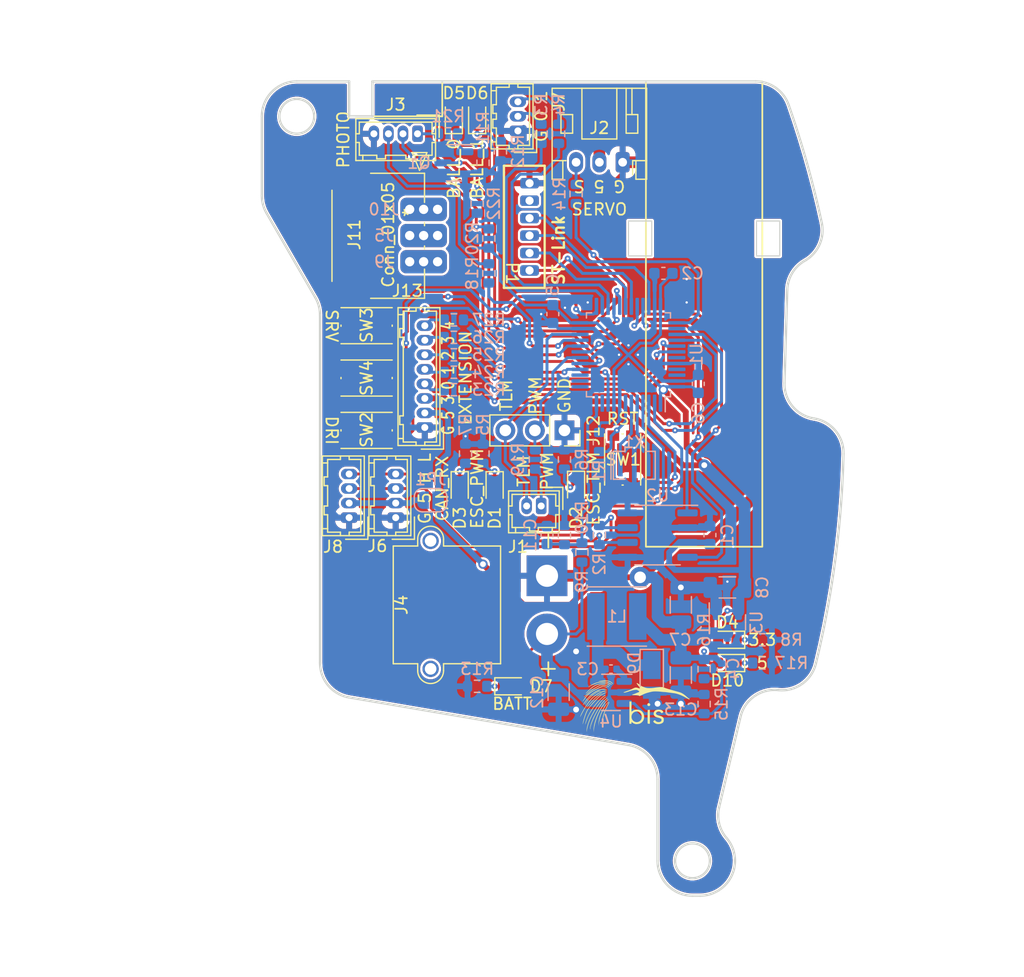
<source format=kicad_pcb>
(kicad_pcb (version 20211014) (generator pcbnew)
  (layers (0 "F.Cu" signal) (31 "B.Cu" signal) (34 "B.Paste" user) (35 "F.Paste" user) (36 "B.SilkS" user "B.Silkscreen") (37 "F.SilkS" user "F.Silkscreen") (38 "B.Mask" user) (39 "F.Mask" user) (44 "Edge.Cuts" user))
  (net 0 "")
  (net 1 "GND")
  (net 2 "+3.3V")
  (net 3 "/ESC_PWM")
  (net 4 "/ESC_TLM")
  (net 5 "+5V")
  (net 6 "/SERVO_PWM")
  (net 7 "+BATT")
  (net 8 "/SWCLK")
  (net 9 "/SWDIO")
  (net 10 "/USART_TX")
  (net 11 "/USART_RX")
  (net 12 "/NRST")
  (net 13 "/CAN_L")
  (net 14 "/CAN_H")
  (net 15 "/LED_1")
  (net 16 "/LED_2")
  (net 17 "/LED_3")
  (net 18 "/OSC_IN")
  (net 19 "/OSC_OUT")
  (net 20 "/BATT_V")
  (net 21 "/CAN_RX")
  (net 22 "/CAN_TX")
  (net 25 "/SW_1")
  (net 26 "Net-(J7-Pad2)")
  (net 27 "Net-(J7-Pad3)")
  (net 28 "/PHOTO_0")
  (net 29 "/PHOTO_1")
  (net 30 "Net-(D1-Pad1)")
  (net 31 "/LED_0")
  (net 32 "Net-(D2-Pad1)")
  (net 33 "Net-(D3-Pad1)")
  (net 34 "Net-(D4-Pad1)")
  (net 35 "Net-(D5-Pad1)")
  (net 36 "Net-(D6-Pad1)")
  (net 37 "/LED_4")
  (net 38 "Net-(D7-Pad1)")
  (net 39 "Net-(J2-Pad3)")
  (net 42 "/SW_0")
  (net 44 "Net-(J6-Pad2)")
  (net 45 "Net-(J11-Pad2)")
  (net 46 "Net-(J11-Pad3)")
  (net 47 "Net-(C3-Pad1)")
  (net 50 "Net-(C3-Pad2)")
  (net 51 "Net-(C4-Pad2)")
  (net 52 "Net-(D10-Pad1)")
  (net 53 "Net-(J10-Pad1)")
  (net 54 "Net-(J1-Pad1)")
  (net 55 "Net-(J3-Pad1)")
  (net 56 "Net-(J3-Pad3)")
  (net 57 "/LED_SW")
  (net 58 "Net-(J3-Pad2)")
  (net 59 "Net-(Q1-Pad1)")
  (net 60 "/INTALAPTER_OUT")
  (net 61 "Net-(J13-Pad4)")
  (net 62 "/EX_GPIO_0")
  (net 63 "Net-(J13-Pad5)")
  (net 64 "/EX_GPIO_1")
  (net 65 "Net-(J13-Pad6)")
  (net 66 "/EX_GPIO_2")
  (net 67 "Net-(J13-Pad7)")
  (net 68 "/EX_GPIO_3")
  (net 69 "Net-(J13-Pad8)")
  (net 70 "/EX_GPIO_4")
  (net 75 "/SW_2")
  (footprint "Button_Switch_SMD:SW_Push_1P1T_NO_CK_KMR2" (layer "F.Cu") (at 97.5 84.5)
    (fp_text reference "SW2")
    (fp_text value "SW_Push")
  )
  (footprint "LED_SMD:LED_0603_1608Metric" (layer "F.Cu") (at 107 57.5 90)
    (fp_text reference "D6")
    (fp_text value "LED")
  )
  (footprint "LED_SMD:LED_0603_1608Metric" (layer "F.Cu") (at 110 106.5)
    (fp_text reference "D7")
    (fp_text value "LED")
  )
  (footprint "Connector_Hirose:Hirose_DF13-08P-1.25DSA_1x08_P1.25mm_Vertical" (layer "F.Cu") (at 102.5 84.25 90)
    (fp_text reference "J13")
    (fp_text value "Conn_01x08")
  )
  (footprint "LED_SMD:LED_0603_1608Metric" (layer "F.Cu") (at 105 57.5 90)
    (fp_text reference "D5")
    (fp_text value "LED")
  )
  (footprint "Button_Switch_SMD:SW_Push_1P1T_NO_CK_KMR2" (layer "F.Cu") (at 97.5 75.5)
    (fp_text reference "SW3")
    (fp_text value "SW_Push")
  )
  (footprint "Connector_Hirose:Hirose_DF13-02P-1.25DSA_1x02_P1.25mm_Vertical" (layer "F.Cu") (at 112.5 91 180)
    (fp_text reference "J1")
    (fp_text value "Conn_01x02")
  )
  (footprint "LED_SMD:LED_0603_1608Metric" (layer "F.Cu") (at 128.5 104.5 180)
    (fp_text reference "D10")
    (fp_text value "LED")
  )
  (footprint "user:ibis_logo_10x8mm_mask" (layer "F.Cu") (at 120.639689 108.06)
    (fp_text reference "LG1" hide)
    (fp_text value "SYM_Hot_Small" hide)
  )
  (footprint "user:2053380003" (layer "F.Cu") (at 102.05 65.7715 90)
    (fp_text reference "J11")
    (fp_text value "Conn_01x05")
  )
  (footprint "LED_SMD:LED_0603_1608Metric" (layer "F.Cu") (at 105.5 89.535 -90)
    (fp_text reference "D3")
    (fp_text value "LED")
  )
  (footprint "Button_Switch_SMD:SW_Push_1P1T_NO_CK_KMR2" (layer "F.Cu") (at 97.5 80)
    (fp_text reference "SW4")
    (fp_text value "SW_Push")
  )
  (footprint "Connector_Hirose:Hirose_DF13-04P-1.25DSA_1x04_P1.25mm_Vertical" (layer "F.Cu") (at 100 92 90)
    (fp_text reference "J6")
    (fp_text value "Conn_01x04")
  )
  (footprint "LED_SMD:LED_0603_1608Metric" (layer "F.Cu") (at 115.5 89.5 -90)
    (fp_text reference "D2")
    (fp_text value "LED")
  )
  (footprint "Connector_Hirose:Hirose_DF13-04P-1.25DSA_1x04_P1.25mm_Vertical" (layer "F.Cu") (at 101.875 59 180)
    (fp_text reference "J3")
    (fp_text value "Conn_01x04")
  )
  (footprint "Connector_PinSocket_2.54mm:PinSocket_1x03_P2.54mm_Vertical" (layer "F.Cu") (at 114.5 84.5 -90)
    (fp_text reference "J12")
    (fp_text value "Conn_01x03")
  )
  (footprint "Connector_Hirose:Hirose_DF13-03P-1.25DSA_1x03_P1.25mm_Vertical" (layer "F.Cu") (at 110.5 58.75 90)
    (fp_text reference "J7")
    (fp_text value "Conn_01x03")
  )
  (footprint "LED_SMD:LED_0603_1608Metric" (layer "F.Cu") (at 128.5 102.5 180)
    (fp_text reference "D4")
    (fp_text value "LED")
  )
  (footprint "Button_Switch_SMD:SW_Push_1P1T_NO_CK_KMR2" (layer "F.Cu") (at 119.5 87 90)
    (fp_text reference "SW1")
    (fp_text value "SW_Push")
  )
  (footprint "user:ibis_logo_10x8mm_silk" (layer "F.Cu") (at 120.639689 108.06)
    (fp_text reference "LG2" hide)
    (fp_text value "SYM_Hot_Small" hide)
  )
  (footprint "Connector_JST:JST_PH_S3B-PH-K_1x03_P2.00mm_Horizontal" (layer "F.Cu") (at 119.5 61.45 180)
    (fp_text reference "J2")
    (fp_text value "Conn_01x03")
  )
  (footprint "Connector_AMASS:AMASS_XT30PW-M_1x02_P2.50mm_Horizontal" (layer "F.Cu") (at 113 97 90)
    (fp_text reference "J4")
    (fp_text value "Conn_01x02")
  )
  (footprint "Connector_Hirose:Hirose_DF13-04P-1.25DSA_1x04_P1.25mm_Vertical" (layer "F.Cu") (at 96 92 90)
    (fp_text reference "J8")
    (fp_text value "Conn_01x04")
  )
  (footprint "LED_SMD:LED_0603_1608Metric" (layer "F.Cu") (at 108.5 89.535 -90)
    (fp_text reference "D1")
    (fp_text value "LED")
  )
  (footprint "user:ZH_B6B-ZR" (layer "F.Cu") (at 111.5 63.25 -90)
    (fp_text reference "P1")
    (fp_text value "CONN_01X06")
  )
  (footprint "Resistor_SMD:R_0603_1608Metric" (layer "B.Cu") (at 112 87 90)
    (fp_text reference "R19")
    (fp_text value "100")
  )
  (footprint "Resistor_SMD:R_0603_1608Metric" (layer "B.Cu") (at 107 106.5)
    (fp_text reference "R13")
    (fp_text value "47k")
  )
  (footprint "Resistor_SMD:R_0603_1608Metric" (layer "B.Cu") (at 115.5 64.175 -90)
    (fp_text reference "R14")
    (fp_text value "100")
  )
  (footprint "Resistor_SMD:R_0603_1608Metric" (layer "B.Cu") (at 117.5 93.5 90)
    (fp_text reference "R2")
    (fp_text value "120")
  )
  (footprint "user:WireSoldingPad_PowerTH" (layer "B.Cu") (at 102.4 65.5 180)
    (fp_text reference "J10")
    (fp_text value "Conn_01x01")
  )
  (footprint "Resistor_SMD:R_0603_1608Metric" (layer "B.Cu") (at 107.5 86.5 -90)
    (fp_text reference "R5")
    (fp_text value "4.7k")
  )
  (footprint "Resistor_SMD:R_0603_1608Metric" (layer "B.Cu") (at 108 71 -90)
    (fp_text reference "R18")
    (fp_text value "1k")
  )
  (footprint "Capacitor_SMD:C_0603_1608Metric" (layer "B.Cu") (at 123 71)
    (fp_text reference "C2")
    (fp_text value "0.1u")
  )
  (footprint "Resistor_SMD:R_0603_1608Metric" (layer "B.Cu") (at 117.5 85.5 -90)
    (fp_text reference "R1")
    (fp_text value "1k")
  )
  (footprint "Capacitor_SMD:C_0603_1608Metric" (layer "B.Cu") (at 113 93.5 -90)
    (fp_text reference "C11")
    (fp_text value "0.1u")
  )
  (footprint "Resistor_SMD:R_0603_1608Metric" (layer "B.Cu") (at 126.5 105.025 90)
    (fp_text reference "R16")
    (fp_text value "3.9k")
  )
  (footprint "Capacitor_SMD:C_1206_3216Metric" (layer "B.Cu") (at 124.5 99.5 90)
    (fp_text reference "C7")
    (fp_text value "4.7u")
  )
  (footprint "Resistor_SMD:R_0603_1608Metric" (layer "B.Cu") (at 112.5 59 -90)
    (fp_text reference "R3")
    (fp_text value "100")
  )
  (footprint "Inductor_SMD:L_Taiyo-Yuden_NR-50xx" (layer "B.Cu") (at 119 100.5)
    (fp_text reference "L1")
    (fp_text value "6.8u")
  )
  (footprint "Resistor_SMD:R_0603_1608Metric" (layer "B.Cu") (at 131.5 104.5 180)
    (fp_text reference "R17")
    (fp_text value "47k")
  )
  (footprint "Resistor_SMD:R_0603_1608Metric" (layer "B.Cu") (at 116 95 90)
    (fp_text reference "R9")
    (fp_text value "10k")
  )
  (footprint "Package_SO:SO-8_3.9x4.9mm_P1.27mm" (layer "B.Cu") (at 122.5 93.5 180)
    (fp_text reference "U2")
    (fp_text value "MAX3051")
  )
  (footprint "Capacitor_SMD:C_1206_3216Metric" (layer "B.Cu") (at 128.5 98 180)
    (fp_text reference "C8")
    (fp_text value "4.7u")
  )
  (footprint "Capacitor_SMD:C_0603_1608Metric" (layer "B.Cu") (at 127 93.5 -90)
    (fp_text reference "C1")
    (fp_text value "0.1u")
  )
  (footprint "Package_QFP:LQFP-48_7x7mm_P0.5mm" (layer "B.Cu") (at 120 78 90)
    (fp_text reference "U1")
    (fp_text value "STM32F303CBTx")
  )
  (footprint "Capacitor_SMD:C_0603_1608Metric" (layer "B.Cu") (at 113.5 74.5 90)
    (fp_text reference "C5")
    (fp_text value "0.1u")
  )
  (footprint "Resistor_SMD:R_0603_1608Metric" (layer "B.Cu") (at 105 76.5)
    (fp_text reference "R26")
    (fp_text value "100")
  )
  (footprint "Capacitor_SMD:C_0402_1005Metric" (layer "B.Cu") (at 118.5 105.025)
    (fp_text reference "C3")
    (fp_text value "0.1u")
  )
  (footprint "Resistor_SMD:R_0603_1608Metric" (layer "B.Cu") (at 105 79.5)
    (fp_text reference "R24")
    (fp_text value "100")
  )
  (footprint "Resistor_SMD:R_0603_1608Metric" (layer "B.Cu") (at 106 86.5 -90)
    (fp_text reference "R7")
    (fp_text value "4.7k")
  )
  (footprint "Crystal:Resonator_SMD_Murata_CSTxExxV-3Pin_3.0x1.1mm" (layer "B.Cu") (at 120.5 87.5)
    (fp_text reference "X1")
    (fp_text value "ceralock")
  )
  (footprint "Resistor_SMD:R_0603_1608Metric" (layer "B.Cu") (at 109 60.5 90)
    (fp_text reference "R12")
    (fp_text value "4.7k")
  )
  (footprint "Resistor_SMD:R_0603_1608Metric" (layer "B.Cu") (at 114.5 87 -90)
    (fp_text reference "R6")
    (fp_text value "4.7k")
  )
  (footprint "Resistor_SMD:R_0603_1608Metric" (layer "B.Cu") (at 105 81)
    (fp_text reference "R23")
    (fp_text value "100")
  )
  (footprint "Resistor_SMD:R_0603_1608Metric" (layer "B.Cu") (at 107.5 61.5 90)
    (fp_text reference "R11")
    (fp_text value "4.7k")
  )
  (footprint "Resistor_SMD:R_0603_1608Metric" (layer "B.Cu") (at 108 68 -90)
    (fp_text reference "R20")
    (fp_text value "1k")
  )
  (footprint "Capacitor_SMD:C_1206_3216Metric" (layer "B.Cu") (at 114 107 -90)
    (fp_text reference "C12")
    (fp_text value "4.7u")
  )
  (footprint "Resistor_SMD:R_0603_1608Metric" (layer "B.Cu") (at 114 59 -90)
    (fp_text reference "R4")
    (fp_text value "100")
  )
  (footprint "Resistor_SMD:R_0603_1608Metric" (layer "B.Cu") (at 105 75)
    (fp_text reference "R27")
    (fp_text value "100")
  )
  (footprint "Capacitor_SMD:C_0402_1005Metric" (layer "B.Cu") (at 128 105.025 -90)
    (fp_text reference "C4")
    (fp_text value "0.1u")
  )
  (footprint "Resistor_SMD:R_0603_1608Metric" (layer "B.Cu") (at 114.5 93.5 90)
    (fp_text reference "R10")
    (fp_text value "1k")
  )
  (footprint "user:WireSoldingPad_PowerTH" (layer "B.Cu") (at 102.4 70 180)
    (fp_text reference "J9")
    (fp_text value "Conn_01x01")
  )
  (footprint "Resistor_SMD:R_0603_1608Metric" (layer "B.Cu") (at 104.5 59)
    (fp_text reference "R21")
    (fp_text value "1k")
  )
  (footprint "Resistor_SMD:R_0603_1608Metric" (layer "B.Cu") (at 105 78)
    (fp_text reference "R25")
    (fp_text value "100")
  )
  (footprint "Jumper:SolderJumper-2_P1.3mm_Open_RoundedPad1.0x1.5mm" (layer "B.Cu") (at 103 90.5 180)
    (fp_text reference "JP1")
    (fp_text value "Jumper_2_Open")
  )
  (footprint "user:WireSoldingPad_PowerTH" (layer "B.Cu") (at 102.4 67.75 180)
    (fp_text reference "J5")
    (fp_text value "Conn_01x01")
  )
  (footprint "Diode_SMD:D_PowerDI-123" (layer "B.Cu") (at 122 105.525 -90)
    (fp_text reference "D9")
    (fp_text value "D")
  )
  (footprint "Capacitor_SMD:C_1206_3216Metric" (layer "B.Cu") (at 124.5 105.525 -90)
    (fp_text reference "C13")
    (fp_text value "4.7u")
  )
  (footprint "Package_TO_SOT_SMD:SOT-23" (layer "B.Cu") (at 105 61.5 180)
    (fp_text reference "Q1")
    (fp_text value "BSS138")
  )
  (footprint "Package_TO_SOT_SMD:SOT-23" (layer "B.Cu") (at 128.5 101 -90)
    (fp_text reference "U3")
    (fp_text value "AZ1117-3.3")
  )
  (footprint "Resistor_SMD:R_0603_1608Metric" (layer "B.Cu") (at 107 65 90)
    (fp_text reference "R22")
    (fp_text value "1k")
  )
  (footprint "Capacitor_SMD:C_0603_1608Metric" (layer "B.Cu") (at 126 80.5 -90)
    (fp_text reference "C6")
    (fp_text value "0.1u")
  )
  (footprint "Resistor_SMD:R_0603_1608Metric" (layer "B.Cu") (at 126.5 108.025 -90)
    (fp_text reference "R15")
    (fp_text value "680")
  )
  (footprint "Resistor_SMD:R_0603_1608Metric" (layer "B.Cu") (at 131.5 102.5 180)
    (fp_text reference "R8")
    (fp_text value "4.7k")
  )
  (footprint "Package_TO_SOT_SMD:SOT-23-6" (layer "B.Cu") (at 118.5 107.025 180)
    (fp_text reference "U4")
    (fp_text value "BD9G101G")
  )
  (gr_line (start 98 57.5) (end 104 57.5) (layer "F.SilkS") (width 0.15))
  (gr_rect (start 121.5 54.5) (end 131.5 94.5) (layer "F.SilkS") (width 0.15) (fill none))
  (gr_line (start 104 57.5) (end 104 54.5) (layer "F.SilkS") (width 0.15))
  (gr_line (start 95.996744 107.457488) (end 120.003256 111.542512) (layer "Edge.Cuts") (width 0.2))
  (gr_line (start 96 57.5) (end 96 54.5) (layer "Edge.Cuts") (width 0.2))
  (gr_arc (start 125.5 124.5) (mid 123.37868 123.62132) (end 122.5 121.5) (layer "Edge.Cuts") (width 0.2))
  (gr_arc (start 130.927385 54.5) (mid 132.664709 55.054247) (end 133.760095 56.512195) (layer "Edge.Cuts") (width 0.2))
  (gr_line (start 88.5 57.5) (end 88.5 64.317931) (layer "Edge.Cuts") (width 0.2))
  (gr_line (start 98 57.5) (end 96 57.5) (layer "Edge.Cuts") (width 0.2))
  (gr_arc (start 120.003256 111.542512) (mid 121.792353 112.56477) (end 122.5 114.5) (layer "Edge.Cuts") (width 0.2))
  (gr_arc (start 88.5 57.5) (mid 89.37868 55.37868) (end 91.5 54.5) (layer "Edge.Cuts") (width 0.2))
  (gr_line (start 88.901924 65.817931) (end 93.098076 73.08588) (layer "Edge.Cuts") (width 0.2))
  (gr_line (start 125.5 124.5) (end 126.153195 124.5) (layer "Edge.Cuts") (width 0.2))
  (gr_arc (start 136.101625 104.549228) (mid 134.912292 106.295353) (end 132.866956 106.824566) (layer "Edge.Cuts") (width 0.2))
  (gr_arc (start 135.940616 83.477805) (mid 137.779287 84.518358) (end 138.476165 86.512806) (layer "Edge.Cuts") (width 0.2))
  (gr_arc (start 138.476165 86.512806) (mid 137.772813 95.594726) (end 136.101625 104.549228) (layer "Edge.Cuts") (width 0.2))
  (gr_arc (start 95.996744 107.457488) (mid 94.207647 106.43523) (end 93.5 104.5) (layer "Edge.Cuts") (width 0.2))
  (gr_arc (start 133.642254 72.428578) (mid 134.070543 70.970395) (end 135.15849 69.909217) (layer "Edge.Cuts") (width 0.2))
  (gr_line (start 122.5 114.5) (end 122.5 121.5) (layer "Edge.Cuts") (width 0.2))
  (gr_arc (start 88.901924 65.817931) (mid 88.602223 65.094388) (end 88.5 64.317931) (layer "Edge.Cuts") (width 0.2))
  (gr_arc (start 128.429919 119.546407) (mid 128.879069 122.752841) (end 126.153195 124.5) (layer "Edge.Cuts") (width 0.2))
  (gr_line (start 98 54.5) (end 98 57.5) (layer "Edge.Cuts") (width 0.2))
  (gr_circle (center 91.5 57.5) (end 90 57.5) (layer "Edge.Cuts") (width 0.2) (fill none))
  (gr_arc (start 136.60931 66.671859) (mid 136.413697 68.527966) (end 135.15849 69.909217) (layer "Edge.Cuts") (width 0.2))
  (gr_circle (center 125.5 121.5) (end 124 121.5) (layer "Edge.Cuts") (width 0.2) (fill none))
  (gr_line (start 127.787159 116.90244) (end 129.628156 109.11715) (layer "Edge.Cuts") (width 0.2))
  (gr_arc (start 93.098076 73.08588) (mid 93.397777 73.809423) (end 93.5 74.58588) (layer "Edge.Cuts") (width 0.2))
  (gr_rect (start 120 66.5) (end 122 69.5) (layer "Edge.Cuts") (width 0.1) (fill none))
  (gr_line (start 130.927385 54.5) (end 98 54.5) (layer "Edge.Cuts") (width 0.2))
  (gr_line (start 96 54.5) (end 91.5 54.5) (layer "Edge.Cuts") (width 0.2))
  (gr_line (start 93.5 74.58588) (end 93.5 104.5) (layer "Edge.Cuts") (width 0.2))
  (gr_line (start 133.405539 80.425075) (end 133.642254 72.428578) (layer "Edge.Cuts") (width 0.2))
  (gr_arc (start 128.429919 119.546407) (mid 127.791547 118.301486) (end 127.787159 116.90244) (layer "Edge.Cuts") (width 0.2))
  (gr_rect (start 131 66.5) (end 133 69.5) (layer "Edge.Cuts") (width 0.1) (fill none))
  (gr_arc (start 133.760095 56.512195) (mid 135.342501 61.547773) (end 136.60931 66.671859) (layer "Edge.Cuts") (width 0.2))
  (gr_arc (start 135.940616 83.477805) (mid 134.096269 82.430439) (end 133.405539 80.425075) (layer "Edge.Cuts") (width 0.2))
  (gr_arc (start 129.628156 109.11715) (mid 130.814376 107.358892) (end 132.866956 106.824566) (layer "Edge.Cuts") (width 0.2))
  (gr_text "SERVO" (at 117.5 65.5) (layer "F.SilkS") (effects (font (size 1 1))))
  (gr_text "5" (at 131.5 104.5) (layer "F.SilkS") (effects (font (size 1 1))))
  (gr_text "BALL_1" (at 107 62 90) (layer "F.SilkS") (effects (font (size 1 1))))
  (gr_text "3.3" (at 131.5 102.5) (layer "F.SilkS") (effects (font (size 1 1))))
  (gr_text "ESC_TLM" (at 117 89.5 90) (layer "F.SilkS") (effects (font (size 1 1))))
  (gr_text "TLM" (at 111 88 90) (layer "F.SilkS") (effects (font (size 1 1))))
  (gr_text "ST-Link" (at 114 69 90) (layer "F.SilkS") (effects (font (size 1 1) (thickness 0.2))))
  (gr_text "PWM" (at 112 81.5 90) (layer "F.SilkS") (effects (font (size 1 1))))
  (gr_text "BATT" (at 110 108) (layer "F.SilkS") (effects (font (size 1 1))))
  (gr_text "PWM" (at 113 88 90) (layer "F.SilkS") (effects (font (size 1 1))))
  (gr_text "BALL_0" (at 105 62 90) (layer "F.SilkS") (effects (font (size 1 1))))
  (gr_text "CAN_RX" (at 104 89.5 90) (layer "F.SilkS") (effects (font (size 1 1))))
  (gr_text "G 5 S" (at 117.5 63.5 180) (layer "F.SilkS") (effects (font (size 1 1))))
  (gr_text "RST" (at 119.5 83.5) (layer "F.SilkS") (effects (font (size 1 1))))
  (gr_text "TLM" (at 109.5 81.5 90) (layer "F.SilkS") (effects (font (size 1 1))))
  (gr_text "G 5 H L" (at 102.5 89.5 90) (layer "F.SilkS") (effects (font (size 1 1))))
  (gr_text "G 0 1" (at 112.5 57.5 90) (layer "F.SilkS") (effects (font (size 1 1))))
  (gr_text "SRV" (at 94.5 75.5 270) (layer "F.SilkS") (effects (font (size 1 1))))
  (gr_text "G 5 3 0 1 2 3 4" (at 104.5 80 90) (layer "F.SilkS") (effects (font (size 1 0.75))))
  (gr_text "ESC_PWM" (at 107 89.5 90) (layer "F.SilkS") (effects (font (size 1 1))))
  (gr_text "DRI" (at 94.5 84.5 270) (layer "F.SilkS") (effects (font (size 1 1))))
  (gr_text "PHOTO" (at 95.5 59.5 90) (layer "F.SilkS") (effects (font (size 1 1))))
  (gr_text "EXTENSION" (at 106 80 90) (layer "F.SilkS") (effects (font (size 1 1))))
  (gr_text "GND" (at 114.5 81.5 90) (layer "F.SilkS") (effects (font (size 1 1))))
  (segment (start 95.45 74.7) (end 94.8 74.7) (width 0.25) (layer "F.Cu") (net 1))
  (segment (start 99.55 79.2) (end 95.45 79.2) (width 0.25) (layer "F.Cu") (net 1))
  (segment (start 120.5 71.5) (end 125 71.5) (width 0.25) (layer "F.Cu") (net 1))
  (segment (start 95.45 83.7) (end 99.55 83.7) (width 0.25) (layer "F.Cu") (net 1))
  (segment (start 111.5 63.25) (end 111.5 61) (width 0.5) (layer "F.Cu") (net 1))
  (segment (start 116.5 97) (end 113 97) (width 1) (layer "F.Cu") (net 1))
  (segment (start 115.5 108.5) (end 115.5 103.5) (width 0.5) (layer "F.Cu") (net 1))
  (segment (start 123.45 61.45) (end 127.6 65.6) (width 1) (layer "F.Cu") (net 1))
  (segment (start 119.5 62.5) (end 119.5 61.45) (width 0.5) (layer "F.Cu") (net 1))
  (segment (start 120.000001 78.812467) (end 119.187533 78.000001) (width 0.25) (layer "F.Cu") (net 1))
  (segment (start 111.5 61) (end 111 60.5) (width 0.5) (layer "F.Cu") (net 1))
  (segment (start 94.5 75) (end 94.5 79) (width 0.25) (layer "F.Cu") (net 1))
  (segment (start 129.6 76.6) (end 129.6 89.4) (width 1) (layer "F.Cu") (net 1))
  (segment (start 94.8 74.7) (end 94.5 75) (width 0.25) (layer "F.Cu") (net 1))
  (segment (start 129.6 89.4) (end 126.5 92.5) (width 1) (layer "F.Cu") (net 1))
  (segment (start 122.5 108) (end 116 108) (width 0.5) (layer "F.Cu") (net 1))
  (segment (start 116 108) (end 115.5 108.5) (width 0.5) (layer "F.Cu") (net 1))
  (segment (start 95.45 74.7) (end 99.55 74.7) (width 0.25) (layer "F.Cu") (net 1))
  (segment (start 119.5 61.45) (end 119.5 70.5) (width 0.25) (layer "F.Cu") (net 1))
  (segment (start 95.2 83.7) (end 95.45 83.7) (width 0.25) (layer "F.Cu") (net 1))
  (segment (start 121 92.5) (end 116.5 97) (width 1) (layer "F.Cu") (net 1))
  (segment (start 119.187533 78.000001) (end 120 77.187534) (width 0.25) (layer "F.Cu") (net 1))
  (segment (start 111 60.5) (end 111 58.5) (width 0.5) (layer "F.Cu") (net 1))
  (segment (start 127.6 65.6) (end 127.6 74.6) (width 1) (layer "F.Cu") (net 1))
  (segment (start 127.6 74.6) (end 129.6 76.6) (width 1) (layer "F.Cu") (net 1))
  (segment (start 124.5 108) (end 122.5 108) (width 0.5) (layer "F.Cu") (net 1))
  (segment (start 94.5 83) (end 95.2 83.7) (width 0.25) (layer "F.Cu") (net 1))
  (segment (start 94.7 79.2) (end 94.5 79) (width 0.25) (layer "F.Cu") (net 1))
  (segment (start 95.45 79.2) (end 94.7 79.2) (width 0.25) (layer "F.Cu") (net 1))
  (segment (start 126.5 92.5) (end 121 92.5) (width 1) (layer "F.Cu") (net 1))
  (segment (start 118.75 63.25) (end 119.5 62.5) (width 0.5) (layer "F.Cu") (net 1))
  (segment (start 94.5 79) (end 94.5 83) (width 0.25) (layer "F.Cu") (net 1))
  (segment (start 119.5 61.45) (end 123.45 61.45) (width 1) (layer "F.Cu") (net 1))
  (segment (start 106 85) (end 105.25 84.25) (width 0.25) (layer "F.Cu") (net 1))
  (segment (start 128.5 95) (end 129 94.5) (width 0.25) (layer "F.Cu") (net 1))
  (segment (start 120.000001 78.812467) (end 120.812466 78) (width 0.25) (layer "F.Cu") (net 1))
  (segment (start 111.5 63.25) (end 118.75 63.25) (width 0.5) (layer "F.Cu") (net 1))
  (segment (start 114.543733 73.956267) (end 113.043733 73.956267) (width 0.25) (layer "F.Cu") (net 1))
  (segment (start 105.25 84.25) (end 102.5 84.25) (width 0.25) (layer "F.Cu") (net 1))
  (segment (start 124.5 108) (end 124.5 98) (width 0.5) (layer "F.Cu") (net 1))
  (segment (start 119.5 70.5) (end 120.5 71.5) (width 0.25) (layer "F.Cu") (net 1))
  (segment (start 113.043733 73.956267) (end 112.5 74.5) (width 0.25) (layer "F.Cu") (net 1))
  (segment (start 128.5 97.5) (end 128.5 95) (width 0.25) (layer "F.Cu") (net 1))
  (via (at 120.000001 78.812467) (size 0.5) (drill 0.2) (layers "F.Cu" "B.Cu") (net 1))
  (via (at 120.812466 78) (size 0.5) (drill 0.2) (layers "F.Cu" "B.Cu") (net 1))
  (via (at 112.5 74.5) (size 0.5) (drill 0.2) (layers "F.Cu" "B.Cu") (net 1))
  (via (at 114.543733 73.956267) (size 0.5) (drill 0.2) (layers "F.Cu" "B.Cu") (net 1))
  (via (at 120 77.187534) (size 0.5) (drill 0.2) (layers "F.Cu" "B.Cu") (net 1))
  (via (at 124.5 98) (size 0.8) (drill 0.5) (layers "F.Cu" "B.Cu") (net 1))
  (via (at 125 71.5) (size 0.5) (drill 0.2) (layers "F.Cu" "B.Cu") (net 1))
  (via (at 125 73.5) (size 0.5) (drill 0.2) (layers "F.Cu" "B.Cu") (net 1))
  (via (at 119.187533 78.000001) (size 0.5) (drill 0.2) (layers "F.Cu" "B.Cu") (net 1))
  (via (at 120.5 86) (size 0.5) (drill 0.2) (layers "F.Cu" "B.Cu") (net 1))
  (via (at 116.5 73.5) (size 0.5) (drill 0.2) (layers "F.Cu" "B.Cu") (net 1))
  (via (at 115.5 103.5) (size 0.8) (drill 0.5) (layers "F.Cu" "B.Cu") (net 1))
  (via (at 106 85) (size 0.5) (drill 0.2) (layers "F.Cu" "B.Cu") (net 1))
  (via (at 115.5 108.5) (size 0.8) (drill 0.5) (layers "F.Cu" "B.Cu") (net 1))
  (via (at 129 94.5) (size 0.5) (drill 0.2) (layers "F.Cu" "B.Cu") (net 1))
  (via (at 122.5 108) (size 0.8) (drill 0.5) (layers "F.Cu" "B.Cu") (net 1))
  (via (at 128.5 97.5) (size 0.5) (drill 0.2) (layers "F.Cu" "B.Cu") (net 1))
  (via (at 124.5 108) (size 0.8) (drill 0.5) (layers "F.Cu" "B.Cu") (net 1))
  (segment (start 123.365 94.135) (end 123.365 92.865) (width 0.5) (layer "B.Cu") (net 1))
  (segment (start 113.975 108.5) (end 111 108.5) (width 0.5) (layer "B.Cu") (net 1))
  (segment (start 106 85.675) (end 106 85) (width 0.25) (layer "B.Cu") (net 1))
  (segment (start 122 107.5) (end 122.5 108) (width 0.5) (layer "B.Cu") (net 1))
  (segment (start 119.25 79.562468) (end 120.000001 78.812467) (width 0.25) (layer "B.Cu") (net 1))
  (segment (start 100 96) (end 100 92) (width 0.5) (layer "B.Cu") (net 1))
  (segment (start 128 98) (end 128.5 97.5) (width 0.25) (layer "B.Cu") (net 1))
  (segment (start 124.5 107) (end 122.05 107) (width 0.5) (layer "B.Cu") (net 1))
  (segment (start 125.075 92.865) (end 126.86 92.865) (width 0.5) (layer "B.Cu") (net 1))
  (segment (start 132.325 102.5) (end 132.325 104.5) (width 0.25) (layer "B.Cu") (net 1))
  (segment (start 95 92) (end 96 92) (width 0.5) (layer "B.Cu") (net 1))
  (segment (start 94.5 87) (end 94.5 91.5) (width 0.5) (layer "B.Cu") (net 1))
  (segment (start 94.5 91.5) (end 95 92) (width 0.5) (layer "B.Cu") (net 1))
  (segment (start 110 93.5) (end 110.775 92.725) (width 0.25) (layer "B.Cu") (net 1))
  (segment (start 95 86.5) (end 94.5 87) (width 0.5) (layer "B.Cu") (net 1))
  (segment (start 111 60.5) (end 110.175 61.325) (width 0.5) (layer "B.Cu") (net 1))
  (segment (start 124.5 98) (end 122.095 95.595) (width 0.5) (layer "B.Cu") (net 1))
  (segment (start 128.825 100.846751) (end 129.478249 101.5) (width 0.25) (layer "B.Cu") (net 1))
  (segment (start 106.0625 62.325) (end 105.9375 62.45) (width 0.25) (layer "B.Cu") (net 1))
  (segment (start 110 97) (end 110 93.5) (width 0.25) (layer "B.Cu") (net 1))
  (segment (start 126.5 107.2) (end 124.7 107.2) (width 0.5) (layer "B.Cu") (net 1))
  (segment (start 124.5 98) (end 124.5 98.025) (width 0.5) (layer "B.Cu") (net 1))
  (segment (start 101.5 86.5) (end 95 86.5) (width 0.5) (layer "B.Cu") (net 1))
  (segment (start 122.25 73.8375) (end 122.25 76.113604) (width 0.25) (layer "B.Cu") (net 1))
  (segment (start 101 97) (end 100 96) (width 0.5) (layer "B.Cu") (net 1))
  (segment (start 124.525 98) (end 127.025 98) (width 1) (layer "B.Cu") (net 1))
  (segment (start 124.5 98.025) (end 124.525 98) (width 1) (layer "B.Cu") (net 1))
  (segment (start 113.05 92.675) (end 113 92.725) (width 0.25) (layer "B.Cu") (net 1))
  (segment (start 106 85.675) (end 107.5 85.675) (width 0.25) (layer "B.Cu") (net 1))
  (segment (start 119.925 95.405) (end 122.095 95.405) (width 0.5) (layer "B.Cu") (net 1))
  (segment (start 113.275 75.275) (end 112.5 74.5) (width 0.25) (layer "B.Cu") (net 1))
  (segment (start 125.475 80.25) (end 126 79.725) (width 0.25) (layer "B.Cu") (net 1))
  (segment (start 119.25 82.1625) (end 119.25 79.562468) (width 0.25) (layer "B.Cu") (net 1))
  (segment (start 124.7 107.2) (end 124.5 107) (width 0.5) (layer "B.Cu") (net 1))
  (segment (start 114.5 92.675) (end 113.05 92.675) (width 0.25) (layer "B.Cu") (net 1))
  (segment (start 122.25 71.025) (end 122.225 71) (width 0.25) (layer "B.Cu") (net 1))
  (segment (start 113.975 75.75) (end 113.5 75.275) (width 0.25) (layer "B.Cu") (net 1))
  (segment (start 114.543733 73.956267) (end 115 73.5) (width 0.25) (layer "B.Cu") (net 1))
  (segment (start 109 61.325) (end 108 62.325) (width 0.25) (layer "B.Cu") (net 1))
  (segment (start 113.5 75.275) (end 113.275 75.275) (width 0.25) (layer "B.Cu") (net 1))
  (segment (start 115.8375 75.75) (end 116.937532 75.75) (width 0.25) (layer "B.Cu") (net 1))
  (segment (start 120.5 87.5) (end 120.5 86) (width 0.25) (layer "B.Cu") (net 1))
  (segment (start 123.365 92.865) (end 125.075 92.865) (width 0.5) (layer "B.Cu") (net 1))
  (segment (start 99.5 64) (end 104.5 64) (width 0.25) (layer "B.Cu") (net 1))
  (segment (start 127.55 98.525) (end 127.025 98) (width 1) (layer "B.Cu") (net 1))
  (segment (start 110.775 92.725) (end 113 92.725) (width 0.25) (layer "B.Cu") (net 1))
  (segment (start 122.095 95.595) (end 122.095 95.405) (width 0.5) (layer "B.Cu") (net 1))
  (segment (start 98.125 62.625) (end 99.5 64) (width 0.25) (layer "B.Cu") (net 1))
  (segment (start 114 108.475) (end 113.975 108.5) (width 0.5) (layer "B.Cu") (net 1))
  (segment (start 110.175 61.325) (end 109 61.325) (width 0.5) (layer "B.Cu") (net 1))
  (segment (start 111 58.5) (end 111 60.5) (width 0.5) (layer "B.Cu") (net 1))
  (segment (start 124.1625 80.25) (end 123.062466 80.25) (width 0.25) (layer "B.Cu") (net 1))
  (segment (start 122.095 95.405) (end 123.365 94.135) (width 0.5) (layer "B.Cu") (net 1))
  (segment (start 115.8375 75.75) (end 113.975 75.75) (width 0.25) (layer "B.Cu") (net 1))
  (segment (start 127.55 100.0625) (end 127.55 98.525) (width 1) (layer "B.Cu") (net 1))
  (segment (start 124.5 107) (end 124.5 108) (width 0.5) (layer "B.Cu") (net 1))
  (segment (start 124.1625 78.75) (end 121.562466 78.75) (width 0.25) (layer "B.Cu") (net 1))
  (segment (start 128.334251 100.846751) (end 128.825 100.846751) (width 0.25) (layer "B.Cu") (net 1))
  (segment (start 127.025 98) (end 128 98) (width 0.25) (layer "B.Cu") (net 1))
  (segment (start 107.5 62.325) (end 106.0625 62.325) (width 0.25) (layer "B.Cu") (net 1))
  (segment (start 122.05 107) (end 122 107.05) (width 0.5) (layer "B.Cu") (net 1))
  (segment (start 125 71.5) (end 125 73.5) (width 0.25) (layer "B.Cu") (net 1))
  (segment (start 115 73.5) (end 116.5 73.5) (width 0.25) (layer "B.Cu") (net 1))
  (segment (start 100.733274 71.5) (end 100.233274 71) (width 0.25) (layer "B.Cu") (net 1))
  (segment (start 113 97) (end 101 97) (width 0.5) (layer "B.Cu") (net 1))
  (segment (start 102.5 85.5) (end 101.5 86.5) (width 0.5) (layer "B.Cu") (net 1))
  (segment (start 121.975 107.025) (end 122 107.05) (width 0.5) (layer "B.Cu") (net 1))
  (segment (start 119.925 91.595) (end 122.095 91.595) (width 0.5) (layer "B.Cu") (net 1))
  (segment (start 122.095 91.595) (end 123.365 92.865) (width 0.5) (layer "B.Cu") (net 1))
  (segment (start 96 92) (end 100 92) (width 0.5) (layer "B.Cu") (net 1))
  (segment (start 127.55 100.0625) (end 128.334251 100.846751) (width 0.25) (layer "B.Cu") (net 1))
  (segment (start 108 62.325) (end 107.5 62.325) (width 0.25) (layer "B.Cu") (net 1))
  (segment (start 122 107.05) (end 122 107.5) (width 0.5) (layer "B.Cu") (net 1))
  (segment (start 122.019837 76.343767) (end 120.843767 76.343767) (width 0.25) (layer "B.Cu") (net 1))
  (segment (start 123.062466 80.25) (end 121.562466 78.75) (width 0.25) (layer "B.Cu") (net 1))
  (segment (start 124.1625 80.25) (end 125.475 80.25) (width 0.25) (layer "B.Cu") (net 1))
  (segment (start 105 64.5) (end 105 71) (width 0.25) (layer "B.Cu") (net 1))
  (segment (start 121.562466 78.75) (end 120.812466 78) (width 0.25) (layer "B.Cu") (net 1))
  (segment (start 116.937532 75.75) (end 119.187533 78.000001) (width 0.25) (layer "B.Cu") (net 1))
  (segment (start 129.478249 101.5) (end 131.325 101.5) (width 0.25) (layer "B.Cu") (net 1))
  (segment (start 111 108.5) (end 110 107.5) (width 0.5) (layer "B.Cu") (net 1))
  (segment (start 119.6375 107.025) (end 121.975 107.025) (width 0.5) (layer "B.Cu") (net 1))
  (segment (start 98.125 59) (end 98.125 62.625) (width 0.25) (layer "B.Cu") (net 1))
  (segment (start 104.5 64) (end 105 64.5) (width 0.25) (layer "B.Cu") (net 1))
  (segment (start 120.843767 76.343767) (end 120 77.187534) (width 0.25) (layer "B.Cu") (net 1))
  (segment (start 126.86 92.865) (end 127 92.725) (width 0.5) (layer "B.Cu") (net 1))
  (segment (start 114.5 86.175) (end 114.5 84.5) (width 0.25) (layer "B.Cu") (net 1))
  (segment (start 105 71) (end 104.5 71.5) (width 0.25) (layer "B.Cu") (net 1))
  (segment (start 115.5 108.5) (end 114.025 108.5) (width 0.5) (layer "B.Cu") (net 1))
  (segment (start 110 107.5) (end 110 97) (width 0.5) (layer "B.Cu") (net 1))
  (segment (start 122.25 76.113604) (end 122.019837 76.343767) (width 0.25) (layer "B.Cu") (net 1))
  (segment (start 122.25 73.8375) (end 122.25 71.025) (width 0.25) (layer "B.Cu") (net 1))
  (segment (start 131.325 101.5) (end 132.325 102.5) (width 0.25) (layer "B.Cu") (net 1))
  (segment (start 114.025 108.5) (end 114 108.475) (width 0.5) (layer "B.Cu") (net 1))
  (segment (start 102.5 84.25) (end 102.5 85.5) (width 0.5) (layer "B.Cu") (net 1))
  (segment (start 104.5 71.5) (end 100.733274 71.5) (width 0.25) (layer "B.Cu") (net 1))
  (segment (start 125 83.949569) (end 124.925 83.874569) (width 0.5) (layer "F.Cu") (net 2))
  (segment (start 109.48995 82) (end 108.78995 82.7) (width 0.5) (layer "F.Cu") (net 2))
  (segment (start 126.512299 87.487701) (end 126.5 87.5) (width 0.5) (layer "F.Cu") (net 2))
  (segment (start 123.025216 81) (end 123 81) (width 0.5) (layer "F.Cu") (net 2))
  (segment (start 125 85.975402) (end 125 83.949569) (width 0.5) (layer "F.Cu") (net 2))
  (segment (start 126.5 87.5) (end 124.7 87.5) (width 0.5) (layer "F.Cu") (net 2))
  (segment (start 124.925 82.899784) (end 123.025216 81) (width 0.5) (layer "F.Cu") (net 2))
  (segment (start 124.925 83.874569) (end 124.925 82.899784) (width 0.5) (layer "F.Cu") (net 2))
  (segment (start 104.25 81.75) (end 102.5 81.75) (width 0.5) (layer "F.Cu") (net 2))
  (segment (start 126.512299 87.487701) (end 125 85.975402) (width 0.5) (layer "F.Cu") (net 2))
  (segment (start 124.7 87.5) (end 119.2 82) (width 0.5) (layer "F.Cu") (net 2))
  (segment (start 108.78995 82.7) (end 105.2 82.7) (width 0.5) (layer "F.Cu") (net 2))
  (segment (start 127.7125 102.5) (end 127.7125 100.7875) (width 0.25) (layer "F.Cu") (net 2))
  (segment (start 119.2 82) (end 109.48995 82) (width 0.5) (layer "F.Cu") (net 2))
  (segment (start 105.2 82.7) (end 104.25 81.75) (width 0.5) (layer "F.Cu") (net 2))
  (segment (start 127.7125 100.7875) (end 128.5 100) (width 0.25) (layer "F.Cu") (net 2))
  (via (at 128.5 100) (size 0.5) (drill 0.2) (layers "F.Cu" "B.Cu") (net 2))
  (via (at 123 81) (size 0.8) (drill 0.5) (layers "F.Cu" "B.Cu") (net 2))
  (via (at 126.512299 87.487701) (size 0.8) (drill 0.5) (layers "F.Cu" "B.Cu") (net 2))
  (segment (start 118.75 83.425) (end 118.75 82.1625) (width 0.25) (layer "B.Cu") (net 2))
  (segment (start 122.75 76.25) (end 122 77) (width 0.25) (layer "B.Cu") (net 2))
  (segment (start 109 71.636396) (end 111.088604 73.725) (width 0.25) (layer "B.Cu") (net 2))
  (segment (start 122.75 72.025) (end 123.775 71) (width 0.25) (layer "B.Cu") (net 2))
  (segment (start 117.5 84.675) (end 117.5 84) (width 0.25) (layer "B.Cu") (net 2))
  (segment (start 129.45 100.0625) (end 129.45 98.525) (width 1) (layer "B.Cu") (net 2))
  (segment (start 122.75 73.8375) (end 122.75 76.25) (width 0.25) (layer "B.Cu") (net 2))
  (segment (start 105.91875 66.90625) (end 105.91875 68.08125) (width 0.25) (layer "B.Cu") (net 2))
  (segment (start 109 69.825) (end 109 71.636396) (width 0.25) (layer "B.Cu") (net 2))
  (segment (start 117.5 84) (end 117.6625 83.8375) (width 0.25) (layer "B.Cu") (net 2))
  (segment (start 125.075 94.135) (end 124.35495 94.135) (width 0.5) (layer "B.Cu") (net 2))
  (segment (start 117.6625 83.8375) (end 118.3375 83.8375) (width 0.25) (layer "B.Cu") (net 2))
  (segment (start 123.5 94.98995) (end 123.5 96) (width 0.5) (layer "B.Cu") (net 2))
  (segment (start 126.86 94.135) (end 127 94.275) (width 0.5) (layer "B.Cu") (net 2))
  (segment (start 115.025 75.25) (end 113.5 73.725) (width 0.25) (layer "B.Cu") (net 2))
  (segment (start 124.1625 80.75) (end 125.475 80.75) (width 0.25) (layer "B.Cu") (net 2))
  (segment (start 122 77) (end 121 77) (width 0.25) (layer "B.Cu") (net 2))
  (segment (start 123.5 96) (end 124 96.5) (width 0.5) (layer "B.Cu") (net 2))
  (segment (start 124.1625 80.75) (end 122.75 80.75) (width 0.25) (layer "B.Cu") (net 2))
  (segment (start 106.6625 68.825) (end 108 68.825) (width 0.25) (layer "B.Cu") (net 2))
  (segment (start 129.975 96.475) (end 129.975 90.950402) (width 1) (layer "B.Cu") (net 2))
  (segment (start 115.8375 75.25) (end 117.25 75.25) (width 0.25) (layer "B.Cu") (net 2))
  (segment (start 122.75 73.8375) (end 122.75 72.025) (width 0.25) (layer "B.Cu") (net 2))
  (segment (start 118.75 79.25) (end 120 78) (width 0.25) (layer "B.Cu") (net 2))
  (segment (start 118.3375 83.8375) (end 118.75 83.425) (width 0.25) (layer "B.Cu") (net 2))
  (segment (start 115.8375 75.25) (end 115.025 75.25) (width 0.25) (layer "B.Cu") (net 2))
  (segment (start 129.3875 100) (end 129.45 100.0625) (width 0.25) (layer "B.Cu") (net 2))
  (segment (start 129.975 98) (end 129.975 96.475) (width 1) (layer "B.Cu") (net 2))
  (segment (start 128.5 100) (end 129.3875 100) (width 0.25) (layer "B.Cu") (net 2))
  (segment (start 129.95 96.5) (end 129.975 96.475) (width 0.5) (layer "B.Cu") (net 2))
  (segment (start 117.25 75.25) (end 120 78) (width 0.25) (layer "B.Cu") (net 2))
  (segment (start 129.45 98.525) (end 129.975 98) (width 1) (layer "B.Cu") (net 2))
  (segment (start 125.075 94.135) (end 126.86 94.135) (width 0.5) (layer "B.Cu") (net 2))
  (segment (start 122.75 80.75) (end 122.75 82.1625) (width 0.25) (layer "B.Cu") (net 2))
  (segment (start 118.75 82.1625) (end 118.75 79.25) (width 0.25) (layer "B.Cu") (net 2))
  (segment (start 124 96.5) (end 129.95 96.5) (width 0.5) (layer "B.Cu") (net 2))
  (segment (start 129.975 90.950402) (end 126.512299 87.487701) (width 1) (layer "B.Cu") (net 2))
  (segment (start 122.75 80.75) (end 123 81) (width 0.25) (layer "B.Cu") (net 2))
  (segment (start 124.35495 94.135) (end 123.5 94.98995) (width 0.5) (layer "B.Cu") (net 2))
  (segment (start 111.088604 73.725) (end 113.5 73.725) (width 0.25) (layer "B.Cu") (net 2))
  (segment (start 125.475 80.75) (end 126 81.275) (width 0.25) (layer "B.Cu") (net 2))
  (segment (start 105.91875 68.08125) (end 106.6625 68.825) (width 0.25) (layer "B.Cu") (net 2))
  (segment (start 121 77) (end 120 78) (width 0.25) (layer "B.Cu") (net 2))
  (segment (start 107 65.825) (end 105.91875 66.90625) (width 0.25) (layer "B.Cu") (net 2))
  (segment (start 120 78) (end 122.75 80.75) (width 0.25) (layer "B.Cu") (net 2))
  (segment (start 108 68.825) (end 109 69.825) (width 0.25) (layer "B.Cu") (net 2))
  (segment (start 113.5 81) (end 113.5 79.5) (width 0.25) (layer "B.Cu") (net 3))
  (segment (start 113.5 79.5) (end 114.75 78.25) (width 0.25) (layer "B.Cu") (net 3))
  (segment (start 111.96 84.5) (end 111.96 86.135) (width 0.25) (layer "B.Cu") (net 3))
  (segment (start 111.96 86.135) (end 112 86.175) (width 0.25) (layer "B.Cu") (net 3))
  (segment (start 114.75 78.25) (end 115.8375 78.25) (width 0.25) (layer "B.Cu") (net 3))
  (segment (start 112.46 82.04) (end 113.5 81) (width 0.25) (layer "B.Cu") (net 3))
  (segment (start 112.46 84) (end 112.46 82.04) (width 0.25) (layer "B.Cu") (net 3))
  (segment (start 111.96 84.5) (end 112.46 84) (width 0.25) (layer "B.Cu") (net 3))
  (segment (start 113 76.686828) (end 113.436828 76.25) (width 0.25) (layer "B.Cu") (net 4))
  (segment (start 109.42 84.5) (end 109.42 84.08) (width 0.25) (layer "B.Cu") (net 4))
  (segment (start 113.436828 76.25) (end 115.8375 76.25) (width 0.25) (layer "B.Cu") (net 4))
  (segment (start 111.25 89) (end 111.25 91) (width 0.25) (layer "B.Cu") (net 4))
  (segment (start 109.42 87.17) (end 111.25 89) (width 0.25) (layer "B.Cu") (net 4))
  (segment (start 113 80.5) (end 113 76.686828) (width 0.25) (layer "B.Cu") (net 4))
  (segment (start 109.42 84.08) (end 113 80.5) (width 0.25) (layer "B.Cu") (net 4))
  (segment (start 109.42 84.5) (end 109.42 87.17) (width 0.25) (layer "B.Cu") (net 4))
  (segment (start 123 58.5) (end 118.5 58.5) (width 1) (layer "F.Cu") (net 5))
  (segment (start 130.8 90.2) (end 130.8 75.898528) (width 1) (layer "F.Cu") (net 5))
  (segment (start 121 97.131018) (end 124.131018 94) (width 1) (layer "F.Cu") (net 5))
  (segment (start 116.55 97.95) (end 117.55 97.95) (width 0.5) (layer "F.Cu") (net 5))
  (segment (start 128.8 73.898528) (end 128.8 64.3) (width 1) (layer "F.Cu") (net 5))
  (segment (start 126.5 104) (end 126.5 103.5) (width 0.25) (layer "F.Cu") (net 5))
  (segment (start 107.5 96) (end 111 99.5) (width 0.5) (layer "F.Cu") (net 5))
  (segment (start 127.7125 104.5) (end 127 104.5) (width 0.25) (layer "F.Cu") (net 5))
  (segment (start 117.5 59.5) (end 117.5 61.45) (width 1) (layer "F.Cu") (net 5))
  (segment (start 111 99.5) (end 115 99.5) (width 0.5) (layer "F.Cu") (net 5))
  (segment (start 127 94) (end 130.8 90.2) (width 1) (layer "F.Cu") (net 5))
  (segment (start 118.368982 97.131018) (end 121 97.131018) (width 0.5) (layer "F.Cu") (net 5))
  (segment (start 118.5 58.5) (end 117.5 59.5) (width 1) (layer "F.Cu") (net 5))
  (segment (start 128.8 64.3) (end 123 58.5) (width 1) (layer "F.Cu") (net 5))
  (segment (start 115 99.5) (end 116.55 97.95) (width 0.5) (layer "F.Cu") (net 5))
  (segment (start 127 104.5) (end 126.5 104) (width 0.25) (layer "F.Cu") (net 5))
  (segment (start 124.131018 94) (end 127 94) (width 1) (layer "F.Cu") (net 5))
  (segment (start 130.8 75.898528) (end 128.8 73.898528) (width 1) (layer "F.Cu") (net 5))
  (segment (start 117.55 97.95) (end 118.368982 97.131018) (width 0.5) (layer "F.Cu") (net 5))
  (via (at 121 97.131018) (size 1.8) (drill 1) (layers "F.Cu" "B.Cu") (net 5))
  (via (at 126.5 103.5) (size 0.5) (drill 0.2) (layers "F.Cu" "B.Cu") (net 5))
  (via (at 107.5 96) (size 0.8) (drill 0.5) (layers "F.Cu" "B.Cu") (net 5))
  (segment (start 122.5 100.5) (end 122.5 97.5) (width 1) (layer "B.Cu") (net 5))
  (segment (start 107.5 96) (end 103.65 92.15) (width 0.5) (layer "B.Cu") (net 5))
  (segment (start 122.5 97.5) (end 122.131018 97.131018) (width 1) (layer "B.Cu") (net 5))
  (segment (start 124.5 102.5) (end 125.875 102.5) (width 1) (layer "B.Cu") (net 5))
  (segment (start 126.5 103.5) (end 126.5 104.2) (width 0.25) (layer "B.Cu") (net 5))
  (segment (start 104.5 86.5) (end 104.5 83.5) (width 0.5) (layer "B.Cu") (net 5))
  (segment (start 126.35 104.05) (end 126.5 104.2) (width 0.5) (layer "B.Cu") (net 5))
  (segment (start 127.505 104.05) (end 128 104.545) (width 0.5) (layer "B.Cu") (net 5))
  (segment (start 121 100.3) (end 120.8 100.5) (width 1) (layer "B.Cu") (net 5))
  (segment (start 128.5 101.9375) (end 126.4375 101.9375) (width 1) (layer "B.Cu") (net 5))
  (segment (start 120.8 100.5) (end 122.8 102.5) (width 1) (layer "B.Cu") (net 5))
  (segment (start 124.5 104.05) (end 124.5 102.5) (width 1) (layer "B.Cu") (net 5))
  (segment (start 125.875 102.5) (end 126.4375 101.9375) (width 1) (layer "B.Cu") (net 5))
  (segment (start 103.65 90.5) (end 103.65 87.35) (width 0.5) (layer "B.Cu") (net 5))
  (segment (start 104 83) (end 102.5 83) (width 0.5) (layer "B.Cu") (net 5))
  (segment (start 122.8 102.5) (end 124.5 102.5) (width 1) (layer "B.Cu") (net 5))
  (segment (start 124.5 104.05) (end 127.505 104.05) (width 0.5) (layer "B.Cu") (net 5))
  (segment (start 124.5 100.975) (end 124.5 102.5) (width 1) (layer "B.Cu") (net 5))
  (segment (start 104.5 83.5) (end 104 83) (width 0.5) (layer "B.Cu") (net 5))
  (segment (start 103.65 92.15) (end 103.65 90.5) (width 0.5) (layer "B.Cu") (net 5))
  (segment (start 124.5 104.05) (end 126.35 104.05) (width 0.5) (layer "B.Cu") (net 5))
  (segment (start 122.975 100.975) (end 122.5 100.5) (width 1) (layer "B.Cu") (net 5))
  (segment (start 124.5 100.975) (end 122.975 100.975) (width 1) (layer "B.Cu") (net 5))
  (segment (start 103.65 87.35) (end 104.5 86.5) (width 0.5) (layer "B.Cu") (net 5))
  (segment (start 122.131018 97.131018) (end 121 97.131018) (width 1) (layer "B.Cu") (net 5))
  (segment (start 119.575 72.0005) (end 119.575 76.425) (width 0.25) (layer "F.Cu") (net 6))
  (segment (start 118.937533 77.062467) (end 117.437533 77.062467) (width 0.25) (layer "F.Cu") (net 6))
  (segment (start 117 69.4255) (end 119.575 72.0005) (width 0.25) (layer "F.Cu") (net 6))
  (segment (start 119.575 76.425) (end 118.937533 77.062467) (width 0.25) (layer "F.Cu") (net 6))
  (via (at 117.437533 77.062467) (size 0.5) (drill 0.2) (layers "F.Cu" "B.Cu") (net 6))
  (via (at 117 69.4255) (size 0.5) (drill 0.2) (layers "F.Cu" "B.Cu") (net 6))
  (segment (start 116.75 77.75) (end 115.8375 77.75) (width 0.25) (layer "B.Cu") (net 6))
  (segment (start 115.5 65) (end 115.5 67.9255) (width 0.25) (layer "B.Cu") (net 6))
  (segment (start 115.5 67.9255) (end 117 69.4255) (width 0.25) (layer "B.Cu") (net 6))
  (segment (start 117.437533 77.062467) (end 116.75 77.75) (width 0.25) (layer "B.Cu") (net 6))
  (segment (start 110.7875 104.2125) (end 113 102) (width 0.25) (layer "F.Cu") (net 7))
  (segment (start 110.7875 106.5) (end 110.7875 104.2125) (width 0.25) (layer "F.Cu") (net 7))
  (segment (start 116 95.825) (end 116 101.5) (width 0.25) (layer "B.Cu") (net 7))
  (segment (start 115.5 102) (end 113 102) (width 0.25) (layer "B.Cu") (net 7))
  (segment (start 117.3625 107.025) (end 115.5 107.025) (width 0.5) (layer "B.Cu") (net 7))
  (segment (start 116.475 107.975) (end 114.025 105.525) (width 0.5) (layer "B.Cu") (net 7))
  (segment (start 115.5 107.025) (end 114 105.525) (width 0.5) (layer "B.Cu") (net 7))
  (segment (start 113 104.525) (end 114 105.525) (width 1) (layer "B.Cu") (net 7))
  (segment (start 113 102) (end 113 104.525) (width 1) (layer "B.Cu") (net 7))
  (segment (start 116 101.5) (end 115.5 102) (width 0.25) (layer "B.Cu") (net 7))
  (segment (start 117.3625 107.975) (end 116.475 107.975) (width 0.5) (layer "B.Cu") (net 7))
  (segment (start 114.025 105.525) (end 114 105.525) (width 0.5) (layer "B.Cu") (net 7))
  (segment (start 116.5 70) (end 125 70) (width 0.25) (layer "B.Cu") (net 8))
  (segment (start 126 74.5) (end 125.25 75.25) (width 0.25) (layer "B.Cu") (net 8))
  (segment (start 111.5 66.25) (end 112.75 66.25) (width 0.25) (layer "B.Cu") (net 8))
  (segment (start 125 70) (end 126 71) (width 0.25) (layer "B.Cu") (net 8))
  (segment (start 125.25 75.25) (end 124.1625 75.25) (width 0.25) (layer "B.Cu") (net 8))
  (segment (start 126 71) (end 126 74.5) (width 0.25) (layer "B.Cu") (net 8))
  (segment (start 112.75 66.25) (end 116.5 70) (width 0.25) (layer "B.Cu") (net 8))
  (segment (start 121.75 73.8375) (end 121.75 71.777817) (width 0.25) (layer "B.Cu") (net 9))
  (segment (start 120.5 70.5) (end 116.363604 70.5) (width 0.25) (layer "B.Cu") (net 9))
  (segment (start 113.613604 67.75) (end 111.5 67.75) (width 0.25) (layer "B.Cu") (net 9))
  (segment (start 121.75 71.777817) (end 121.45 71.477817) (width 0.25) (layer "B.Cu") (net 9))
  (segment (start 121.45 71.477817) (end 121.45 71.45) (width 0.25) (layer "B.Cu") (net 9))
  (segment (start 116.363604 70.5) (end 113.613604 67.75) (width 0.25) (layer "B.Cu") (net 9))
  (segment (start 121.45 71.45) (end 120.5 70.5) (width 0.25) (layer "B.Cu") (net 9))
  (segment (start 119.75 72.25) (end 119 71.5) (width 0.25) (layer "B.Cu") (net 10))
  (segment (start 119 71.5) (end 115.5 71.5) (width 0.25) (layer "B.Cu") (net 10))
  (segment (start 113.25 69.25) (end 111.5 69.25) (width 0.25) (layer "B.Cu") (net 10))
  (segment (start 119.75 73.8375) (end 119.75 72.25) (width 0.25) (layer "B.Cu") (net 10))
  (segment (start 115.5 71.5) (end 113.25 69.25) (width 0.25) (layer "B.Cu") (net 10))
  (segment (start 113.75 70.75) (end 111.5 70.75) (width 0.25) (layer "F.Cu") (net 11))
  (segment (start 114.775569 69.724431) (end 113.75 70.75) (width 0.25) (layer "F.Cu") (net 11))
  (via (at 114.775569 69.724431) (size 0.5) (drill 0.2) (layers "F.Cu" "B.Cu") (net 11))
  (segment (start 120.25 71.75) (end 120.25 73.8375) (width 0.25) (layer "B.Cu") (net 11))
  (segment (start 119.5 71) (end 120.25 71.75) (width 0.25) (layer "B.Cu") (net 11))
  (segment (start 114.775569 69.724431) (end 116.051138 71) (width 0.25) (layer "B.Cu") (net 11))
  (segment (start 116.051138 71) (end 119.5 71) (width 0.25) (layer "B.Cu") (net 11))
  (segment (start 118.7 84.95) (end 118.7 89.05) (width 0.25) (layer "F.Cu") (net 12))
  (via (at 119 84.5) (size 0.5) (drill 0.2) (layers "F.Cu" "B.Cu") (net 12))
  (segment (start 118.5 85) (end 119 84.5) (width 0.25) (layer "B.Cu") (net 12))
  (segment (start 119 84.5) (end 119.75 83.75) (width 0.25) (layer "B.Cu") (net 12))
  (segment (start 117.5 86.325) (end 118.175 86.325) (width 0.25) (layer "B.Cu") (net 12))
  (segment (start 118.175 86.325) (end 118.5 86) (width 0.25) (layer "B.Cu") (net 12))
  (segment (start 118.5 86) (end 118.5 85) (width 0.25) (layer "B.Cu") (net 12))
  (segment (start 119.75 83.75) (end 119.75 82.1625) (width 0.25) (layer "B.Cu") (net 12))
  (segment (start 103.5 89) (end 102.75 88.25) (width 0.25) (layer "F.Cu") (net 13))
  (segment (start 106.5 94) (end 103.5 91) (width 0.25) (layer "F.Cu") (net 13))
  (segment (start 100 88.25) (end 96 88.25) (width 0.25) (layer "F.Cu") (net 13))
  (segment (start 117.0245 94) (end 106.5 94) (width 0.25) (layer "F.Cu") (net 13))
  (segment (start 117.5 93.5245) (end 117.0245 94) (width 0.25) (layer "F.Cu") (net 13))
  (segment (start 102.75 88.25) (end 100 88.25) (width 0.25) (layer "F.Cu") (net 13))
  (segment (start 103.5 91) (end 103.5 89) (width 0.25) (layer "F.Cu") (net 13))
  (via (at 117.5 93.5245) (size 0.5) (drill 0.2) (layers "F.Cu" "B.Cu") (net 13))
  (segment (start 117.5 94.325) (end 117.5 93.5245) (width 0.25) (layer "B.Cu") (net 13))
  (segment (start 117.69 94.135) (end 117.5 94.325) (width 0.25) (layer "B.Cu") (net 13))
  (segment (start 119.925 94.135) (end 117.69 94.135) (width 0.25) (layer "B.Cu") (net 13))
  (segment (start 103.05 91.186396) (end 103.05 90.05) (width 0.25) (layer "F.Cu") (net 14))
  (segment (start 103.05 90.05) (end 102.5 89.5) (width 0.25) (layer "F.Cu") (net 14))
  (segment (start 117.5 94.5) (end 106.363604 94.5) (width 0.25) (layer "F.Cu") (net 14))
  (segment (start 106.363604 94.5) (end 103.05 91.186396) (width 0.25) (layer "F.Cu") (net 14))
  (segment (start 118.5 93.5) (end 117.5 94.5) (width 0.25) (layer "F.Cu") (net 14))
  (segment (start 102.5 89.5) (end 100 89.5) (width 0.25) (layer "F.Cu") (net 14))
  (segment (start 96 89.5) (end 100 89.5) (width 0.25) (layer "F.Cu") (net 14))
  (segment (start 118.5 92) (end 118.5 93.5) (width 0.25) (layer "F.Cu") (net 14))
  (via (at 118.5 92) (size 0.5) (drill 0.2) (layers "F.Cu" "B.Cu") (net 14))
  (segment (start 117.5 92.675) (end 117.825 92.675) (width 0.25) (layer "B.Cu") (net 14))
  (segment (start 117.69 92.865) (end 117.5 92.675) (width 0.25) (layer "B.Cu") (net 14))
  (segment (start 117.825 92.675) (end 118.5 92) (width 0.25) (layer "B.Cu") (net 14))
  (segment (start 119.925 92.865) (end 117.69 92.865) (width 0.25) (layer "B.Cu") (net 14))
  (segment (start 122.525 88.975) (end 121.45 90.05) (width 0.25) (layer "F.Cu") (net 15))
  (segment (start 117.939708 90.2875) (end 115.5 90.2875) (width 0.25) (layer "F.Cu") (net 15))
  (segment (start 124 88.5) (end 123.525 88.975) (width 0.25) (layer "F.Cu") (net 15))
  (segment (start 121.45 90.05) (end 118.177208 90.05) (width 0.25) (layer "F.Cu") (net 15))
  (segment (start 123.525 88.975) (end 122.525 88.975) (width 0.25) (layer "F.Cu") (net 15))
  (segment (start 118.177208 90.05) (end 117.939708 90.2875) (width 0.25) (layer "F.Cu") (net 15))
  (via (at 124 88.5) (size 0.5) (drill 0.2) (layers "F.Cu" "B.Cu") (net 15))
  (segment (start 124 86.363604) (end 121.75 84.113604) (width 0.25) (layer "B.Cu") (net 15))
  (segment (start 124 88.5) (end 124 86.363604) (width 0.25) (layer "B.Cu") (net 15))
  (segment (start 121.75 84.113604) (end 121.75 82.1625) (width 0.25) (layer "B.Cu") (net 15))
  (segment (start 118.5 91) (end 116 93.5) (width 0.25) (layer "F.Cu") (net 16))
  (segment (start 105.5 92) (end 105.5 90.3225) (width 0.25) (layer "F.Cu") (net 16))
  (segment (start 107 93.5) (end 105.5 92) (width 0.25) (layer "F.Cu") (net 16))
  (segment (start 122 91) (end 118.5 91) (width 0.25) (layer "F.Cu") (net 16))
  (segment (start 116 93.5) (end 107 93.5) (width 0.25) (layer "F.Cu") (net 16))
  (segment (start 122.5 90.5) (end 122 91) (width 0.25) (layer "F.Cu") (net 16))
  (via (at 122.5 90.5) (size 0.5) (drill 0.2) (layers "F.Cu" "B.Cu") (net 16))
  (segment (start 122.5 90.5) (end 123 90) (width 0.25) (layer "B.Cu") (net 16))
  (segment (start 123 90) (end 123 86) (width 0.25) (layer "B.Cu") (net 16))
  (segment (start 123 86) (end 121.25 84.25) (width 0.25) (layer "B.Cu") (net 16))
  (segment (start 121.25 84.25) (end 121.25 82.1625) (width 0.25) (layer "B.Cu") (net 16))
  (segment (start 111.5 79.5) (end 114.5 79.5) (width 0.25) (layer "F.Cu") (net 17))
  (segment (start 110 78) (end 111.5 79.5) (width 0.25) (layer "F.Cu") (net 17))
  (segment (start 103.5 61) (end 107.5 65) (width 0.25) (layer "F.Cu") (net 17))
  (segment (start 103.5 58) (end 103.5 61) (width 0.25) (layer "F.Cu") (net 17))
  (segment (start 107.5 65) (end 107.5 77) (width 0.25) (layer "F.Cu") (net 17))
  (segment (start 108.5 78) (end 110 78) (width 0.25) (layer "F.Cu") (net 17))
  (segment (start 107.5 77) (end 108.5 78) (width 0.25) (layer "F.Cu") (net 17))
  (segment (start 104.7875 56.7125) (end 103.5 58) (width 0.25) (layer "F.Cu") (net 17))
  (segment (start 105 56.7125) (end 104.7875 56.7125) (width 0.25) (layer "F.Cu") (net 17))
  (via (at 114.5 79.5) (size 0.5) (drill 0.2) (layers "F.Cu" "B.Cu") (net 17))
  (segment (start 114.75 79.25) (end 115.8375 79.25) (width 0.25) (layer "B.Cu") (net 17))
  (segment (start 114.5 79.5) (end 114.75 79.25) (width 0.25) (layer "B.Cu") (net 17))
  (segment (start 120.75 82.1625) (end 120.75 84.75) (width 0.25) (layer "B.Cu") (net 18))
  (segment (start 120.75 84.75) (end 121.7 85.7) (width 0.25) (layer "B.Cu") (net 18))
  (segment (start 121.7 85.7) (end 121.7 87.5) (width 0.25) (layer "B.Cu") (net 18))
  (segment (start 120.25 84.75) (end 120.25 82.1625) (width 0.25) (layer "B.Cu") (net 19))
  (segment (start 119.3 85.7) (end 120.25 84.75) (width 0.25) (layer "B.Cu") (net 19))
  (segment (start 119.3 87.5) (end 119.3 85.7) (width 0.25) (layer "B.Cu") (net 19))
  (segment (start 115.85 94.325) (end 116 94.175) (width 0.25) (layer "B.Cu") (net 20))
  (segment (start 117.25 83.25) (end 116.5 84) (width 0.25) (layer "B.Cu") (net 20))
  (segment (start 116.5 89.087327) (end 116.575 89.162327) (width 0.25) (layer "B.Cu") (net 20))
  (segment (start 114.5 94.325) (end 115.85 94.325) (width 0.25) (layer "B.Cu") (net 20))
  (segment (start 113 94.275) (end 114.45 94.275) (width 0.25) (layer "B.Cu") (net 20))
  (segment (start 117.25 82.1625) (end 117.25 83.25) (width 0.25) (layer "B.Cu") (net 20))
  (segment (start 116 91.65) (end 116.575 91.075) (width 0.25) (layer "B.Cu") (net 20))
  (segment (start 116 94.175) (end 116 91.65) (width 0.25) (layer "B.Cu") (net 20))
  (segment (start 116.5 84) (end 116.5 89.087327) (width 0.25) (layer "B.Cu") (net 20))
  (segment (start 114.45 94.275) (end 114.5 94.325) (width 0.25) (layer "B.Cu") (net 20))
  (segment (start 116.575 89.162327) (end 116.575 91.075) (width 0.25) (layer "B.Cu") (net 20))
  (segment (start 121.5 74.5) (end 120.5 75.5) (width 0.25) (layer "F.Cu") (net 21))
  (segment (start 127.5 84.5) (end 128 84) (width 0.25) (layer "F.Cu") (net 21))
  (segment (start 128 84) (end 128 76.5) (width 0.25) (layer "F.Cu") (net 21))
  (segment (start 126 74.5) (end 121.5 74.5) (width 0.25) (layer "F.Cu") (net 21))
  (segment (start 128 76.5) (end 126 74.5) (width 0.25) (layer "F.Cu") (net 21))
  (via (at 120.5 75.5) (size 0.5) (drill 0.2) (layers "F.Cu" "B.Cu") (net 21))
  (via (at 127.5 84.5) (size 0.5) (drill 0.2) (layers "F.Cu" "B.Cu") (net 21))
  (segment (start 125.5 89) (end 128 91.5) (width 0.25) (layer "B.Cu") (net 21))
  (segment (start 128 91.5) (end 128 95) (width 0.25) (layer "B.Cu") (net 21))
  (segment (start 120.5 75.5) (end 120.75 75.25) (width 0.25) (layer "B.Cu") (net 21))
  (segment (start 128 95) (end 127.595 95.405) (width 0.25) (layer "B.Cu") (net 21))
  (segment (start 127.5 84.5) (end 125.5 86.5) (width 0.25) (layer "B.Cu") (net 21))
  (segment (start 125.5 86.5) (end 125.5 89) (width 0.25) (layer "B.Cu") (net 21))
  (segment (start 127.595 95.405) (end 125.075 95.405) (width 0.25) (layer "B.Cu") (net 21))
  (segment (start 120.75 75.25) (end 120.75 73.8375) (width 0.25) (layer "B.Cu") (net 21))
  (segment (start 126 85.0745) (end 126 76.5) (width 0.25) (layer "F.Cu") (net 22))
  (segment (start 126 76.5) (end 125 75.5) (width 0.25) (layer "F.Cu") (net 22))
  (segment (start 125 75.5) (end 121.5 75.5) (width 0.25) (layer "F.Cu") (net 22))
  (via (at 126 85.0745) (size 0.5) (drill 0.2) (layers "F.Cu" "B.Cu") (net 22))
  (via (at 121.5 75.5) (size 0.5) (drill 0.2) (layers "F.Cu" "B.Cu") (net 22))
  (segment (start 126 85.0745) (end 125.025 86.0495) (width 0.25) (layer "B.Cu") (net 22))
  (segment (start 125.025 91.545) (end 125.075 91.595) (width 0.25) (layer "B.Cu") (net 22))
  (segment (start 121.25 75.25) (end 121.25 73.8375) (width 0.25) (layer "B.Cu") (net 22))
  (segment (start 125.025 86.0495) (end 125.025 91.545) (width 0.25) (layer "B.Cu") (net 22))
  (segment (start 121.5 75.5) (end 121.25 75.25) (width 0.25) (layer "B.Cu") (net 22))
  (segment (start 100.7 76.3) (end 101 76) (width 0.25) (layer "F.Cu") (net 25))
  (segment (start 99.55 76.3) (end 100.7 76.3) (width 0.25) (layer "F.Cu") (net 25))
  (segment (start 95.45 76.3) (end 99.55 76.3) (width 0.25) (layer "F.Cu") (net 25))
  (segment (start 110.5 75) (end 111 75.5) (width 0.25) (layer "F.Cu") (net 25))
  (segment (start 101 76) (end 101 74.5) (width 0.25) (layer "F.Cu") (net 25))
  (segment (start 101 74.5) (end 102.5 73) (width 0.25) (layer "F.Cu") (net 25))
  (segment (start 111 75.5) (end 117 75.5) (width 0.25) (layer "F.Cu") (net 25))
  (segment (start 117 75.5) (end 119 73.5) (width 0.25) (layer "F.Cu") (net 25))
  (segment (start 102.5 73) (end 104.5 73) (width 0.25) (layer "F.Cu") (net 25))
  (segment (start 119 73.5) (end 119 72.5) (width 0.25) (layer "F.Cu") (net 25))
  (via (at 104.5 73) (size 0.5) (drill 0.2) (layers "F.Cu" "B.Cu") (net 25))
  (via (at 119 72.5) (size 0.5) (drill 0.2) (layers "F.Cu" "B.Cu") (net 25))
  (via (at 110.5 75) (size 0.5) (drill 0.2) (layers "F.Cu" "B.Cu") (net 25))
  (segment (start 105.918413 73) (end 104.5 73) (width 0.25) (layer "B.Cu") (net 25))
  (segment (start 107.843413 74.925) (end 105.918413 73) (width 0.25) (layer "B.Cu") (net 25))
  (segment (start 119.25 73.034315) (end 119.25 73.8375) (width 0.25) (layer "B.Cu") (net 25))
  (segment (start 119 72.5) (end 119 72.784315) (width 0.25) (layer "B.Cu") (net 25))
  (segment (start 110.425 74.925) (end 107.843413 74.925) (width 0.25) (layer "B.Cu") (net 25))
  (segment (start 119 72.784315) (end 119.25 73.034315) (width 0.25) (layer "B.Cu") (net 25))
  (segment (start 110.5 75) (end 110.425 74.925) (width 0.25) (layer "B.Cu") (net 25))
  (segment (start 112.5 58.175) (end 111.575 57.25) (width 0.25) (layer "B.Cu") (net 26))
  (segment (start 111.575 57.25) (end 111 57.25) (width 0.25) (layer "B.Cu") (net 26))
  (segment (start 111 56) (end 113 56) (width 0.25) (layer "B.Cu") (net 27))
  (segment (start 114 57) (end 114 58.175) (width 0.25) (layer "B.Cu") (net 27))
  (segment (start 113 56) (end 114 57) (width 0.25) (layer "B.Cu") (net 27))
  (segment (start 109.5 62.767893) (end 110.242893 62.025) (width 0.25) (layer "B.Cu") (net 28))
  (segment (start 117.75 73.034315) (end 117.215685 72.5) (width 0.25) (layer "B.Cu") (net 28))
  (segment (start 111.975 62.025) (end 112.5 61.5) (width 0.25) (layer "B.Cu") (net 28))
  (segment (start 117.215685 72.5) (end 110.5 72.5) (width 0.25) (layer "B.Cu") (net 28))
  (segment (start 110.5 72.5) (end 109.5 71.5) (width 0.25) (layer "B.Cu") (net 28))
  (segment (start 112.5 61.5) (end 112.5 59.825) (width 0.25) (layer "B.Cu") (net 28))
  (segment (start 117.75 73.8375) (end 117.75 73.034315) (width 0.25) (layer "B.Cu") (net 28))
  (segment (start 110.242893 62.025) (end 111.975 62.025) (width 0.25) (layer "B.Cu") (net 28))
  (segment (start 109.5 71.5) (end 109.5 62.767893) (width 0.25) (layer "B.Cu") (net 28))
  (segment (start 118.25 72.75) (end 117.5 72) (width 0.25) (layer "B.Cu") (net 29))
  (segment (start 114 61) (end 114 59.825) (width 0.25) (layer "B.Cu") (net 29))
  (segment (start 110.697183 62.475) (end 112.525 62.475) (width 0.25) (layer "B.Cu") (net 29))
  (segment (start 110 71) (end 110 63.172183) (width 0.25) (layer "B.Cu") (net 29))
  (segment (start 118.25 73.8375) (end 118.25 72.75) (width 0.25) (layer "B.Cu") (net 29))
  (segment (start 117.5 72) (end 111 72) (width 0.25) (layer "B.Cu") (net 29))
  (segment (start 110 63.172183) (end 110.697183 62.475) (width 0.25) (layer "B.Cu") (net 29))
  (segment (start 112.525 62.475) (end 114 61) (width 0.25) (layer "B.Cu") (net 29))
  (segment (start 111 72) (end 110 71) (width 0.25) (layer "B.Cu") (net 29))
  (segment (start 108.5 88) (end 108.5 88.7475) (width 0.25) (layer "F.Cu") (net 30))
  (via (at 108.5 88) (size 0.5) (drill 0.2) (layers "F.Cu" "B.Cu") (net 30))
  (segment (start 108.175 88) (end 107.5 87.325) (width 0.25) (layer "B.Cu") (net 30))
  (segment (start 108.5 88) (end 108.175 88) (width 0.25) (layer "B.Cu") (net 30))
  (segment (start 121.686827 90.5) (end 118.363604 90.5) (width 0.25) (layer "F.Cu") (net 31))
  (segment (start 124 89.5) (end 122.686827 89.5) (width 0.25) (layer "F.Cu") (net 31))
  (segment (start 122.686827 89.5) (end 121.686827 90.5) (width 0.25) (layer "F.Cu") (net 31))
  (segment (start 115.863604 93) (end 110.5 93) (width 0.25) (layer "F.Cu") (net 31))
  (segment (start 108.5 91) (end 108.5 90.3225) (width 0.25) (layer "F.Cu") (net 31))
  (segment (start 110.5 93) (end 108.5 91) (width 0.25) (layer "F.Cu") (net 31))
  (segment (start 118.363604 90.5) (end 115.863604 93) (width 0.25) (layer "F.Cu") (net 31))
  (via (at 124 89.5) (size 0.5) (drill 0.2) (layers "F.Cu" "B.Cu") (net 31))
  (segment (start 124.575 88.925) (end 124.575 86.075) (width 0.25) (layer "B.Cu") (net 31))
  (segment (start 124.575 86.075) (end 122.25 83.75) (width 0.25) (layer "B.Cu") (net 31))
  (segment (start 124 89.5) (end 124.575 88.925) (width 0.25) (layer "B.Cu") (net 31))
  (segment (start 122.25 83.75) (end 122.25 82.1625) (width 0.25) (layer "B.Cu") (net 31))
  (segment (start 115.5 88.9005) (end 115.5 88.7125) (width 0.25) (layer "F.Cu") (net 32))
  (segment (start 115 89.4005) (end 115.5 88.9005) (width 0.25) (layer "F.Cu") (net 32))
  (via (at 115 89.4005) (size 0.5) (drill 0.2) (layers "F.Cu" "B.Cu") (net 32))
  (segment (start 114.5 88.9005) (end 114.5 87.825) (width 0.25) (layer "B.Cu") (net 32))
  (segment (start 115 89.4005) (end 114.5 88.9005) (width 0.25) (layer "B.Cu") (net 32))
  (segment (start 105.5 88) (end 105.5 88.7475) (width 0.25) (layer "F.Cu") (net 33))
  (via (at 105.5 88) (size 0.5) (drill 0.2) (layers "F.Cu" "B.Cu") (net 33))
  (segment (start 106 87.5) (end 106 87.325) (width 0.25) (layer "B.Cu") (net 33))
  (segment (start 105.5 88) (end 106 87.5) (width 0.25) (layer "B.Cu") (net 33))
  (segment (start 129.2875 102.5) (end 130 102.5) (width 0.25) (layer "F.Cu") (net 34))
  (via (at 130 102.5) (size 0.5) (drill 0.2) (layers "F.Cu" "B.Cu") (net 34))
  (segment (start 130.675 102.5) (end 130 102.5) (width 0.25) (layer "B.Cu") (net 34))
  (segment (start 105 59.5) (end 105 58.2875) (width 0.25) (layer "F.Cu") (net 35))
  (segment (start 105.5 60) (end 105 59.5) (width 0.25) (layer "F.Cu") (net 35))
  (segment (start 107.5 60) (end 105.5 60) (width 0.25) (layer "F.Cu") (net 35))
  (via (at 107.5 60) (size 0.5) (drill 0.2) (layers "F.Cu" "B.Cu") (net 35))
  (segment (start 107.5 60) (end 107.5 60.675) (width 0.25) (layer "B.Cu") (net 35))
  (segment (start 107 59) (end 107 58.2875) (width 0.25) (layer "F.Cu") (net 36))
  (via (at 107 59) (size 0.5) (drill 0.2) (layers "F.Cu" "B.Cu") (net 36))
  (segment (start 107 59) (end 108 59) (width 0.25) (layer "B.Cu") (net 36))
  (segment (start 108 59) (end 108.675 59.675) (width 0.25) (layer "B.Cu") (net 36))
  (segment (start 108.675 59.675) (end 109 59.675) (width 0.25) (layer "B.Cu") (net 36))
  (segment (start 115.4005 76.4005) (end 117.5 78.5) (width 0.25) (layer "F.Cu") (net 37))
  (segment (start 107 56.7125) (end 107 57) (width 0.25) (layer "F.Cu") (net 37))
  (segment (start 108.5 75.5) (end 109.4005 76.4005) (width 0.25) (layer "F.Cu") (net 37))
  (segment (start 109.4005 76.4005) (end 115.4005 76.4005) (width 0.25) (layer "F.Cu") (net 37))
  (segment (start 108.5 58.5) (end 108.5 75.5) (width 0.25) (layer "F.Cu") (net 37))
  (segment (start 107 57) (end 108.5 58.5) (width 0.25) (layer "F.Cu") (net 37))
  (via (at 117.5 78.5) (size 0.5) (drill 0.2) (layers "F.Cu" "B.Cu") (net 37))
  (segment (start 117.5 78.5) (end 117.25 78.75) (width 0.25) (layer "B.Cu") (net 37))
  (segment (start 117.25 78.75) (end 115.8375 78.75) (width 0.25) (layer "B.Cu") (net 37))
  (segment (start 108.5 106.5) (end 109.2125 106.5) (width 0.25) (layer "F.Cu") (net 38))
  (via (at 108.5 106.5) (size 0.5) (drill 0.2) (layers "F.Cu" "B.Cu") (net 38))
  (segment (start 107.825 106.5) (end 108.5 106.5) (width 0.25) (layer "B.Cu") (net 38))
  (segment (start 115.5 63.35) (end 115.5 61.45) (width 0.25) (layer "B.Cu") (net 39))
  (segment (start 109.9505 75.9505) (end 115.586896 75.9505) (width 0.25) (layer "F.Cu") (net 42))
  (segment (start 101.475 84.525) (end 100.7 85.3) (width 0.25) (layer "F.Cu") (net 42))
  (segment (start 118 76) (end 119 75) (width 0.25) (layer "F.Cu") (net 42))
  (segment (start 100.7 85.3) (end 99.55 85.3) (width 0.25) (layer "F.Cu") (net 42))
  (segment (start 99.55 85.3) (end 95.45 85.3) (width 0.25) (layer "F.Cu") (net 42))
  (segment (start 102.5 74) (end 101.475 75.025) (width 0.25) (layer "F.Cu") (net 42))
  (segment (start 115.636396 76) (end 118 76) (width 0.25) (layer "F.Cu") (net 42))
  (segment (start 109.5 75.5) (end 109.9505 75.9505) (width 0.25) (layer "F.Cu") (net 42))
  (segment (start 101.475 75.025) (end 101.475 84.525) (width 0.25) (layer "F.Cu") (net 42))
  (segment (start 115.586896 75.9505) (end 115.636396 76) (width 0.25) (layer "F.Cu") (net 42))
  (via (at 109.5 75.5) (size 0.5) (drill 0.2) (layers "F.Cu" "B.Cu") (net 42))
  (via (at 119 75) (size 0.5) (drill 0.2) (layers "F.Cu" "B.Cu") (net 42))
  (via (at 102.5 74) (size 0.5) (drill 0.2) (layers "F.Cu" "B.Cu") (net 42))
  (segment (start 109.5 75.5) (end 107.710896 75.5) (width 0.25) (layer "B.Cu") (net 42))
  (segment (start 118.75 74.75) (end 118.75 73.8375) (width 0.25) (layer "B.Cu") (net 42))
  (segment (start 106.210896 74) (end 102.5 74) (width 0.25) (layer "B.Cu") (net 42))
  (segment (start 119 75) (end 118.75 74.75) (width 0.25) (layer "B.Cu") (net 42))
  (segment (start 107.710896 75.5) (end 106.210896 74) (width 0.25) (layer "B.Cu") (net 42))
  (segment (start 100 90.75) (end 101.25 90.75) (width 0.5) (layer "B.Cu") (net 44))
  (segment (start 101.5 90.5) (end 102.35 90.5) (width 0.5) (layer "B.Cu") (net 44))
  (segment (start 96 90.75) (end 100 90.75) (width 0.5) (layer "B.Cu") (net 44))
  (segment (start 101.25 90.75) (end 101.5 90.5) (width 0.5) (layer "B.Cu") (net 44))
  (segment (start 117.2 100.5) (end 117.2 100.975) (width 1) (layer "B.Cu") (net 47))
  (segment (start 119.1375 103.6375) (end 117.3625 103.6375) (width 1) (layer "B.Cu") (net 47))
  (segment (start 120.175 104.675) (end 119.1375 103.6375) (width 1) (layer "B.Cu") (net 47))
  (segment (start 117.3625 103.6375) (end 117.3625 105.6825) (width 1) (layer "B.Cu") (net 47))
  (segment (start 117.3625 105.6825) (end 118.02 105.025) (width 0.5) (layer "B.Cu") (net 47))
  (segment (start 122 104.675) (end 120.175 104.675) (width 1) (layer "B.Cu") (net 47))
  (segment (start 117.3625 101.1375) (end 117.3625 103.6375) (width 1) (layer "B.Cu") (net 47))
  (segment (start 117.2 100.975) (end 117.3625 101.1375) (width 1) (layer "B.Cu") (net 47))
  (segment (start 117.3625 106.075) (end 117.3625 105.6825) (width 0.5) (layer "B.Cu") (net 47))
  (segment (start 119.6375 106.075) (end 119.6375 105.6825) (width 0.5) (layer "B.Cu") (net 50))
  (segment (start 119.6375 105.6825) (end 118.98 105.025) (width 0.5) (layer "B.Cu") (net 50))
  (segment (start 119.6375 107.975) (end 120.475 107.975) (width 0.25) (layer "B.Cu") (net 51))
  (segment (start 127.175 108.85) (end 128 108.025) (width 0.25) (layer "B.Cu") (net 51))
  (segment (start 126.5 105.85) (end 127.655 105.85) (width 0.25) (layer "B.Cu") (net 51))
  (segment (start 120.475 107.975) (end 121.35 108.85) (width 0.25) (layer "B.Cu") (net 51))
  (segment (start 127.655 105.85) (end 128 105.505) (width 0.25) (layer "B.Cu") (net 51))
  (segment (start 121.35 108.85) (end 126.5 108.85) (width 0.25) (layer "B.Cu") (net 51))
  (segment (start 128 108.025) (end 128 105.505) (width 0.25) (layer "B.Cu") (net 51))
  (segment (start 126.5 108.85) (end 127.175 108.85) (width 0.25) (layer "B.Cu") (net 51))
  (segment (start 129.2875 104.5) (end 130 104.5) (width 0.25) (layer "F.Cu") (net 52))
  (via (at 130 104.5) (size 0.5) (drill 0.2) (layers "F.Cu" "B.Cu") (net 52))
  (segment (start 130.675 104.5) (end 130 104.5) (width 0.25) (layer "B.Cu") (net 52))
  (segment (start 112.5 88.325) (end 112 87.825) (width 0.25) (layer "B.Cu") (net 54))
  (segment (start 112.5 91) (end 112.5 88.325) (width 0.25) (layer "B.Cu") (net 54))
  (segment (start 103.675 59) (end 101.875 59) (width 0.25) (layer "B.Cu") (net 55))
  (segment (start 104.925 63.5) (end 101 63.5) (width 0.25) (layer "B.Cu") (net 56))
  (segment (start 105.46875 64.04375) (end 104.925 63.5) (width 0.25) (layer "B.Cu") (net 56))
  (segment (start 101 63.5) (end 99.375 61.875) (width 0.25) (layer "B.Cu") (net 56))
  (segment (start 107.175 70.175) (end 105.46875 68.46875) (width 0.25) (layer "B.Cu") (net 56))
  (segment (start 105.46875 68.46875) (end 105.46875 64.04375) (width 0.25) (layer "B.Cu") (net 56))
  (segment (start 99.375 61.875) (end 99.375 59) (width 0.25) (layer "B.Cu") (net 56))
  (segment (start 108 70.175) (end 107.175 70.175) (width 0.25) (layer "B.Cu") (net 56))
  (segment (start 111.5 77) (end 111.744016 77.244016) (width 0.25) (layer "F.Cu") (net 57))
  (segment (start 111.744016 77.244016) (end 113.943518 77.244016) (width 0.25) (layer "F.Cu") (net 57))
  (via (at 111.5 77) (size 0.5) (drill 0.2) (layers "F.Cu" "B.Cu") (net 57))
  (via (at 113.943518 77.244016) (size 0.5) (drill 0.2) (layers "F.Cu" "B.Cu") (net 57))
  (segment (start 110 73.5) (end 111.5 75) (width 0.25) (layer "B.Cu") (net 57))
  (segment (start 111.5 75) (end 111.5 77) (width 0.25) (layer "B.Cu") (net 57))
  (segment (start 108 71.825) (end 108 73) (width 0.25) (layer "B.Cu") (net 57))
  (segment (start 108.5 73.5) (end 110 73.5) (width 0.25) (layer "B.Cu") (net 57))
  (segment (start 108 73) (end 108.5 73.5) (width 0.25) (layer "B.Cu") (net 57))
  (segment (start 113.943518 77.244016) (end 114.437534 76.75) (width 0.25) (layer "B.Cu") (net 57))
  (segment (start 114.437534 76.75) (end 115.8375 76.75) (width 0.25) (layer "B.Cu") (net 57))
  (segment (start 106.9255 65.4255) (end 102.5 61) (width 0.25) (layer "F.Cu") (net 58))
  (segment (start 102.5 61) (end 101.5 61) (width 0.25) (layer "F.Cu") (net 58))
  (segment (start 106.9255 67) (end 106.9255 65.4255) (width 0.25) (layer "F.Cu") (net 58))
  (via (at 106.9255 67) (size 0.5) (drill 0.2) (layers "F.Cu" "B.Cu") (net 58))
  (via (at 101.5 61) (size 0.5) (drill 0.2) (layers "F.Cu" "B.Cu") (net 58))
  (segment (start 100.625 60.125) (end 101.5 61) (width 0.25) (layer "B.Cu") (net 58))
  (segment (start 106.9255 67) (end 107.825 67) (width 0.25) (layer "B.Cu") (net 58))
  (segment (start 100.625 59) (end 100.625 60.125) (width 0.25) (layer "B.Cu") (net 58))
  (segment (start 107.825 67) (end 108 67.175) (width 0.25) (layer "B.Cu") (net 58))
  (segment (start 105.325 59) (end 105.325 59.9375) (width 0.25) (layer "B.Cu") (net 59))
  (segment (start 105.325 59.9375) (end 105.9375 60.55) (width 0.25) (layer "B.Cu") (net 59))
  (segment (start 108 64.5) (end 108 76) (width 0.25) (layer "F.Cu") (net 60))
  (segment (start 107 62.5) (end 106 61.5) (width 0.25) (layer "F.Cu") (net 60))
  (segment (start 110.486896 76.8505) (end 111.636396 78) (width 0.25) (layer "F.Cu") (net 60))
  (segment (start 107 63.5) (end 108 64.5) (width 0.25) (layer "F.Cu") (net 60))
  (segment (start 111.636396 78) (end 114 78) (width 0.25) (layer "F.Cu") (net 60))
  (segment (start 108.8505 76.8505) (end 110.486896 76.8505) (width 0.25) (layer "F.Cu") (net 60))
  (segment (start 108 76) (end 108.8505 76.8505) (width 0.25) (layer "F.Cu") (net 60))
  (segment (start 106 61.5) (end 105.5 61.5) (width 0.25) (layer "F.Cu") (net 60))
  (segment (start 107 63.5) (end 107 62.5) (width 0.25) (layer "F.Cu") (net 60))
  (via (at 107 63.5) (size 0.5) (drill 0.2) (layers "F.Cu" "B.Cu") (net 60))
  (via (at 105.5 61.5) (size 0.5) (drill 0.2) (layers "F.Cu" "B.Cu") (net 60))
  (via (at 114 78) (size 0.5) (drill 0.2) (layers "F.Cu" "B.Cu") (net 60))
  (segment (start 107 63.5) (end 107 64.175) (width 0.25) (layer "B.Cu") (net 60))
  (segment (start 114.75 77.25) (end 115.8375 77.25) (width 0.25) (layer "B.Cu") (net 60))
  (segment (start 114 78) (end 114.75 77.25) (width 0.25) (layer "B.Cu") (net 60))
  (segment (start 105.5 61.5) (end 104.0625 61.5) (width 0.25) (layer "B.Cu") (net 60))
  (segment (start 103 81) (end 102.5 80.5) (width 0.25) (layer "B.Cu") (net 61))
  (segment (start 104.175 81) (end 103 81) (width 0.25) (layer "B.Cu") (net 61))
  (segment (start 109.075 81.425) (end 108.5 82) (width 0.25) (layer "F.Cu") (net 62))
  (segment (start 124 84.5) (end 122.95 84.5) (width 0.25) (layer "F.Cu") (net 62))
  (segment (start 119.875 81.425) (end 109.075 81.425) (width 0.25) (layer "F.Cu") (net 62))
  (segment (start 122.95 84.5) (end 119.875 81.425) (width 0.25) (layer "F.Cu") (net 62))
  (via (at 124 84.5) (size 0.5) (drill 0.2) (layers "F.Cu" "B.Cu") (net 62))
  (via (at 108.5 82) (size 0.5) (drill 0.2) (layers "F.Cu" "B.Cu") (net 62))
  (segment (start 126.386396 76.25) (end 124.1625 76.25) (width 0.25) (layer "B.Cu") (net 62))
  (segment (start 124 84.5) (end 125.5 84.5) (width 0.25) (layer "B.Cu") (net 62))
  (segment (start 128 77.863604) (end 126.386396 76.25) (width 0.25) (layer "B.Cu") (net 62))
  (segment (start 125.5 84.5) (end 128 82) (width 0.25) (layer "B.Cu") (net 62))
  (segment (start 128 82) (end 128 77.863604) (width 0.25) (layer "B.Cu") (net 62))
  (segment (start 108.5 82) (end 107.5 81) (width 0.25) (layer "B.Cu") (net 62))
  (segment (start 107.5 81) (end 105.825 81) (width 0.25) (layer "B.Cu") (net 62))
  (segment (start 104.175 79.5) (end 102.75 79.5) (width 0.25) (layer "B.Cu") (net 63))
  (segment (start 102.75 79.5) (end 102.5 79.25) (width 0.25) (layer "B.Cu") (net 63))
  (segment (start 123.011896 83.9255) (end 120.061396 80.975) (width 0.25) (layer "F.Cu") (net 64))
  (segment (start 108.525 80.975) (end 108.5 81) (width 0.25) (layer "F.Cu") (net 64))
  (segment (start 120.061396 80.975) (end 108.525 80.975) (width 0.25) (layer "F.Cu") (net 64))
  (segment (start 123.5 83.9255) (end 123.011896 83.9255) (width 0.25) (layer "F.Cu") (net 64))
  (via (at 123.5 83.9255) (size 0.5) (drill 0.2) (layers "F.Cu" "B.Cu") (net 64))
  (via (at 108.5 81) (size 0.5) (drill 0.2) (layers "F.Cu" "B.Cu") (net 64))
  (segment (start 127.5 81.681802) (end 127.5 78) (width 0.25) (layer "B.Cu") (net 64))
  (segment (start 127.5 78) (end 126.25 76.75) (width 0.25) (layer "B.Cu") (net 64))
  (segment (start 125.256302 83.9255) (end 127.5 81.681802) (width 0.25) (layer "B.Cu") (net 64))
  (segment (start 123.5 83.9255) (end 125.256302 83.9255) (width 0.25) (layer "B.Cu") (net 64))
  (segment (start 107 79.5) (end 105.825 79.5) (width 0.25) (layer "B.Cu") (net 64))
  (segment (start 108.5 81) (end 107 79.5) (width 0.25) (layer "B.Cu") (net 64))
  (segment (start 126.25 76.75) (end 124.1625 76.75) (width 0.25) (layer "B.Cu") (net 64))
  (segment (start 104.175 78) (end 102.5 78) (width 0.25) (layer "B.Cu") (net 65))
  (segment (start 108.5 80) (end 110 80) (width 0.25) (layer "F.Cu") (net 66))
  (segment (start 123 79.136396) (end 123 77) (width 0.25) (layer "F.Cu") (net 66))
  (segment (start 110.525 80.525) (end 121.611396 80.525) (width 0.25) (layer "F.Cu") (net 66))
  (segment (start 110 80) (end 110.525 80.525) (width 0.25) (layer "F.Cu") (net 66))
  (segment (start 121.611396 80.525) (end 123 79.136396) (width 0.25) (layer "F.Cu") (net 66))
  (via (at 108.5 80) (size 0.5) (drill 0.2) (layers "F.Cu" "B.Cu") (net 66))
  (via (at 123 77) (size 0.5) (drill 0.2) (layers "F.Cu" "B.Cu") (net 66))
  (segment (start 105.825 78) (end 106.5 78) (width 0.25) (layer "B.Cu") (net 66))
  (segment (start 123 77) (end 123.25 77.25) (width 0.25) (layer "B.Cu") (net 66))
  (segment (start 106.5 78) (end 108.5 80) (width 0.25) (layer "B.Cu") (net 66))
  (segment (start 123.25 77.25) (end 124.1625 77.25) (width 0.25) (layer "B.Cu") (net 66))
  (segment (start 102.75 76.5) (end 102.5 76.75) (width 0.25) (layer "B.Cu") (net 67))
  (segment (start 104.175 76.5) (end 102.75 76.5) (width 0.25) (layer "B.Cu") (net 67))
  (segment (start 122.4255 79.0745) (end 122.4255 78) (width 0.25) (layer "F.Cu") (net 68))
  (segment (start 111.075 80.075) (end 121.425 80.075) (width 0.25) (layer "F.Cu") (net 68))
  (segment (start 110 79) (end 111.075 80.075) (width 0.25) (layer "F.Cu") (net 68))
  (segment (start 121.425 80.075) (end 122.4255 79.0745) (width 0.25) (layer "F.Cu") (net 68))
  (segment (start 109 79) (end 110 79) (width 0.25) (layer "F.Cu") (net 68))
  (via (at 122.4255 78) (size 0.5) (drill 0.2) (layers "F.Cu" "B.Cu") (net 68))
  (via (at 109 79) (size 0.5) (drill 0.2) (layers "F.Cu" "B.Cu") (net 68))
  (segment (start 122.4255 78) (end 122.6755 77.75) (width 0.25) (layer "B.Cu") (net 68))
  (segment (start 106 76.5) (end 105.825 76.5) (width 0.25) (layer "B.Cu") (net 68))
  (segment (start 122.6755 77.75) (end 124.1625 77.75) (width 0.25) (layer "B.Cu") (net 68))
  (segment (start 108.5 79) (end 106 76.5) (width 0.25) (layer "B.Cu") (net 68))
  (segment (start 109 79) (end 108.5 79) (width 0.25) (layer "B.Cu") (net 68))
  (segment (start 103 75) (end 102.5 75.5) (width 0.25) (layer "B.Cu") (net 69))
  (segment (start 104.175 75) (end 103 75) (width 0.25) (layer "B.Cu") (net 69))
  (segment (start 110.4255 77.4255) (end 111.575 78.575) (width 0.25) (layer "F.Cu") (net 70))
  (segment (start 115.168414 78.575) (end 116.093414 79.5) (width 0.25) (layer "F.Cu") (net 70))
  (segment (start 116.093414 79.5) (end 118 79.5) (width 0.25) (layer "F.Cu") (net 70))
  (segment (start 109 77.4255) (end 110.4255 77.4255) (width 0.25) (layer "F.Cu") (net 70))
  (segment (start 111.575 78.575) (end 115.168414 78.575) (width 0.25) (layer "F.Cu") (net 70))
  (via (at 118 79.5) (size 0.5) (drill 0.2) (layers "F.Cu" "B.Cu") (net 70))
  (via (at 109 77.4255) (size 0.5) (drill 0.2) (layers "F.Cu" "B.Cu") (net 70))
  (segment (start 106.5745 75) (end 105.825 75) (width 0.25) (layer "B.Cu") (net 70))
  (segment (start 118 79.5) (end 118.25 79.75) (width 0.25) (layer "B.Cu") (net 70))
  (segment (start 109 77.4255) (end 106.5745 75) (width 0.25) (layer "B.Cu") (net 70))
  (segment (start 118.25 79.75) (end 118.25 82.1625) (width 0.25) (layer "B.Cu") (net 70))
  (segment (start 110.5745 73) (end 109.5 74.0745) (width 0.25) (layer "F.Cu") (net 75))
  (segment (start 114.813173 73) (end 110.5745 73) (width 0.25) (layer "F.Cu") (net 75))
  (segment (start 115.5 73.686827) (end 114.813173 73) (width 0.25) (layer "F.Cu") (net 75))
  (segment (start 100.9005 80.5995) (end 100.9005 77) (width 0.25) (layer "F.Cu") (net 75))
  (segment (start 99.55 80.8) (end 100.7 80.8) (width 0.25) (layer "F.Cu") (net 75))
  (segment (start 115.5 74.0745) (end 115.5 73.686827) (width 0.25) (layer "F.Cu") (net 75))
  (segment (start 99.55 80.8) (end 95.45 80.8) (width 0.25) (layer "F.Cu") (net 75))
  (segment (start 100.7 80.8) (end 100.9005 80.5995) (width 0.25) (layer "F.Cu") (net 75))
  (via (at 100.9005 77) (size 0.5) (drill 0.2) (layers "F.Cu" "B.Cu") (net 75))
  (via (at 109.5 74.0745) (size 0.5) (drill 0.2) (layers "F.Cu" "B.Cu") (net 75))
  (via (at 115.5 74.0745) (size 0.5) (drill 0.2) (layers "F.Cu" "B.Cu") (net 75))
  (segment (start 117.25 74.25) (end 117 74.5) (width 0.25) (layer "B.Cu") (net 75))
  (segment (start 100.9005 77) (end 100.9005 73.5995) (width 0.25) (layer "B.Cu") (net 75))
  (segment (start 115.9255 74.5) (end 115.5 74.0745) (width 0.25) (layer "B.Cu") (net 75))
  (segment (start 108.0745 74.0745) (end 109.5 74.0745) (width 0.25) (layer "B.Cu") (net 75))
  (segment (start 102.075 72.425) (end 106.425 72.425) (width 0.25) (layer "B.Cu") (net 75))
  (segment (start 100.9005 73.5995) (end 102.075 72.425) (width 0.25) (layer "B.Cu") (net 75))
  (segment (start 117.25 73.8375) (end 117.25 74.25) (width 0.25) (layer "B.Cu") (net 75))
  (segment (start 106.425 72.425) (end 108.0745 74.0745) (width 0.25) (layer "B.Cu") (net 75))
  (segment (start 117 74.5) (end 115.9255 74.5) (width 0.25) (layer "B.Cu") (net 75))
  (zone (net 1) (net_name "GND") (layers F&B.Cu) (connect_pads (clearance 0.2)) (min_thickness 0.2) (fill yes (thermal_gap 0.508) (thermal_bridge_width 0.508))
    (polygon (pts (xy 154 131.5) (xy 66 131.5) (xy 66 47.5) (xy 154 47.5)))
  )
)
</source>
